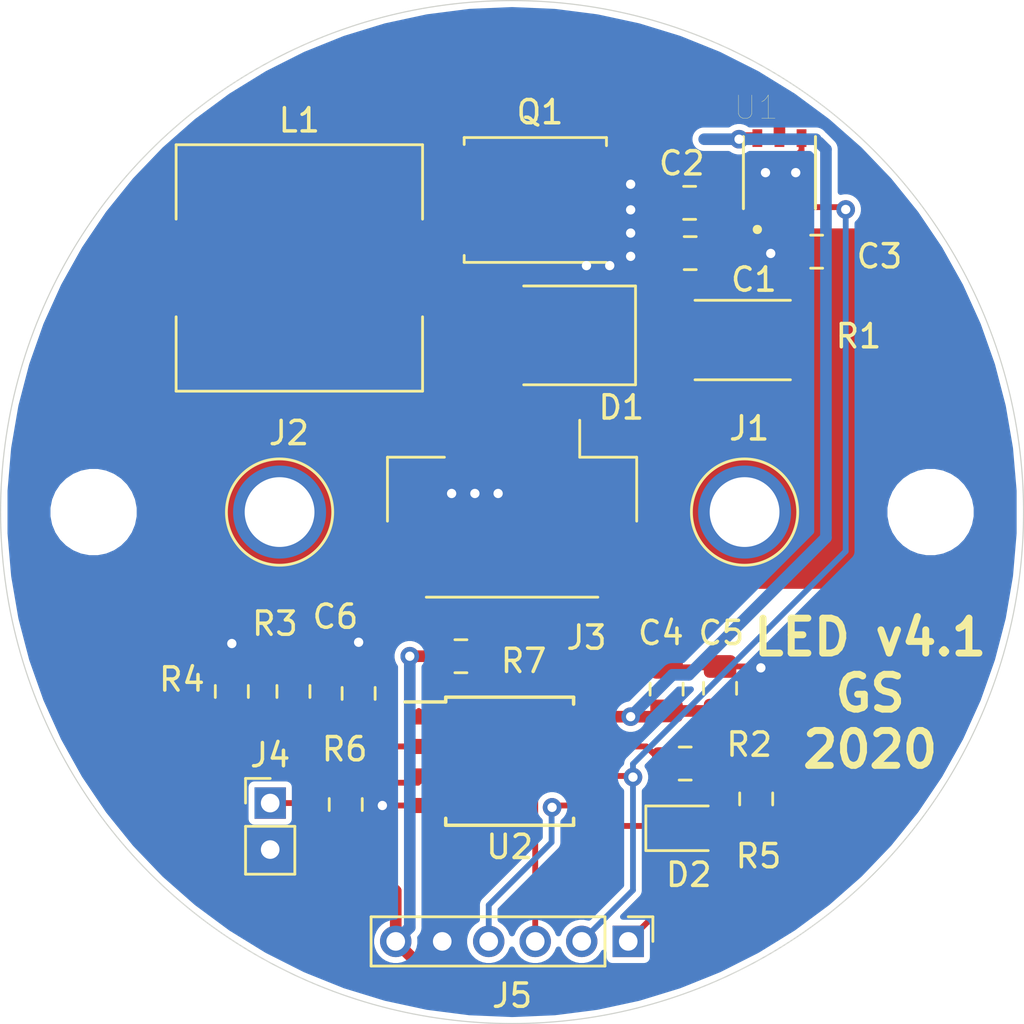
<source format=kicad_pcb>
(kicad_pcb (version 20171130) (host pcbnew 5.1.6+dfsg1-1)

  (general
    (thickness 1.6)
    (drawings 2)
    (tracks 155)
    (zones 0)
    (modules 26)
    (nets 15)
  )

  (page A4)
  (layers
    (0 F.Cu signal)
    (31 B.Cu signal hide)
    (32 B.Adhes user hide)
    (33 F.Adhes user hide)
    (34 B.Paste user hide)
    (35 F.Paste user hide)
    (36 B.SilkS user hide)
    (37 F.SilkS user)
    (38 B.Mask user)
    (39 F.Mask user)
    (40 Dwgs.User user hide)
    (41 Cmts.User user hide)
    (42 Eco1.User user hide)
    (43 Eco2.User user hide)
    (44 Edge.Cuts user)
    (45 Margin user)
    (46 B.CrtYd user)
    (47 F.CrtYd user)
    (48 B.Fab user hide)
    (49 F.Fab user hide)
  )

  (setup
    (last_trace_width 0.25)
    (trace_clearance 0.2)
    (zone_clearance 0.254)
    (zone_45_only no)
    (trace_min 0.2)
    (via_size 0.8)
    (via_drill 0.4)
    (via_min_size 0.4)
    (via_min_drill 0.3)
    (uvia_size 0.3)
    (uvia_drill 0.1)
    (uvias_allowed no)
    (uvia_min_size 0.2)
    (uvia_min_drill 0.1)
    (edge_width 0.05)
    (segment_width 0.2)
    (pcb_text_width 0.3)
    (pcb_text_size 1.5 1.5)
    (mod_edge_width 0.12)
    (mod_text_size 1 1)
    (mod_text_width 0.15)
    (pad_size 1.35 1.35)
    (pad_drill 0.8)
    (pad_to_mask_clearance 0.05)
    (aux_axis_origin 0 0)
    (visible_elements FFFDFF7F)
    (pcbplotparams
      (layerselection 0x010fc_ffffffff)
      (usegerberextensions false)
      (usegerberattributes true)
      (usegerberadvancedattributes true)
      (creategerberjobfile true)
      (excludeedgelayer true)
      (linewidth 0.100000)
      (plotframeref false)
      (viasonmask false)
      (mode 1)
      (useauxorigin false)
      (hpglpennumber 1)
      (hpglpenspeed 20)
      (hpglpendiameter 15.000000)
      (psnegative false)
      (psa4output false)
      (plotreference true)
      (plotvalue true)
      (plotinvisibletext false)
      (padsonsilk false)
      (subtractmaskfromsilk false)
      (outputformat 1)
      (mirror false)
      (drillshape 0)
      (scaleselection 1)
      (outputdirectory "gerber/"))
  )

  (net 0 "")
  (net 1 GND)
  (net 2 VCC)
  (net 3 "Net-(C3-Pad1)")
  (net 4 +5V)
  (net 5 "Net-(D1-Pad2)")
  (net 6 "Net-(D2-Pad2)")
  (net 7 /LED)
  (net 8 "Net-(J2-Pad1)")
  (net 9 /MODE)
  (net 10 /TMESS)
  (net 11 /RESET)
  (net 12 /PWM)
  (net 13 "Net-(Q1-Pad4)")
  (net 14 /VMESS)

  (net_class Default "This is the default net class."
    (clearance 0.2)
    (trace_width 0.25)
    (via_dia 0.8)
    (via_drill 0.4)
    (uvia_dia 0.3)
    (uvia_drill 0.1)
    (add_net +5V)
    (add_net /LED)
    (add_net /MODE)
    (add_net /PWM)
    (add_net /RESET)
    (add_net /TMESS)
    (add_net /VMESS)
    (add_net GND)
    (add_net "Net-(C3-Pad1)")
    (add_net "Net-(D1-Pad2)")
    (add_net "Net-(D2-Pad2)")
    (add_net "Net-(J2-Pad1)")
    (add_net "Net-(Q1-Pad4)")
    (add_net VCC)
  )

  (module Diode_SMD:D_PowerDI-5 (layer F.Cu) (tedit 5DB74FF8) (tstamp 5F9C3C96)
    (at 51.5 42.4 180)
    (descr PowerDI,Diode,Vishay,https://www.diodes.com/assets/Package-Files/PowerDI5.pdf)
    (tags "PowerDI diode vishay")
    (path /5F9C7810)
    (attr smd)
    (fp_text reference D1 (at -3.2 -3.1) (layer F.SilkS)
      (effects (font (size 1 1) (thickness 0.15)))
    )
    (fp_text value SS54 (at 0 3) (layer F.Fab)
      (effects (font (size 1 1) (thickness 0.15)))
    )
    (fp_line (start -3.81 2.125) (end -3.81 -2.125) (layer F.SilkS) (width 0.12))
    (fp_line (start -3.81 2.125) (end 1 2.125) (layer F.SilkS) (width 0.12))
    (fp_line (start 1 -2.125) (end -3.81 -2.125) (layer F.SilkS) (width 0.12))
    (fp_line (start -3.8 2.28) (end -3.8 -2.28) (layer F.CrtYd) (width 0.05))
    (fp_line (start -3.8 -2.28) (end 3.81 -2.28) (layer F.CrtYd) (width 0.05))
    (fp_line (start 3.81 -2.28) (end 3.81 2.28) (layer F.CrtYd) (width 0.05))
    (fp_line (start 3.81 2.28) (end -3.8 2.28) (layer F.CrtYd) (width 0.05))
    (fp_line (start -2.725 -2.025) (end 2.725 -2.025) (layer F.Fab) (width 0.1))
    (fp_line (start 2.725 -2.025) (end 2.725 2.025) (layer F.Fab) (width 0.1))
    (fp_line (start 2.725 2.025) (end -2.725 2.025) (layer F.Fab) (width 0.1))
    (fp_line (start -2.725 2.025) (end -2.725 -2.025) (layer F.Fab) (width 0.1))
    (fp_line (start -0.8 0) (end -0.5 0) (layer F.Fab) (width 0.1))
    (fp_line (start -0.5 0) (end -0.5 -0.5) (layer F.Fab) (width 0.1))
    (fp_line (start -0.5 0) (end -0.5 0.5) (layer F.Fab) (width 0.1))
    (fp_line (start -0.5 0) (end 0.3 0.5) (layer F.Fab) (width 0.1))
    (fp_line (start 0.3 0.5) (end 0.3 -0.5) (layer F.Fab) (width 0.1))
    (fp_line (start 0.3 -0.5) (end -0.5 0) (layer F.Fab) (width 0.1))
    (fp_line (start 0.3 0) (end 0.7 0) (layer F.Fab) (width 0.1))
    (fp_text user %R (at 0 -3) (layer F.Fab)
      (effects (font (size 1 1) (thickness 0.15)))
    )
    (pad 2 smd rect (at 2.862 -0.92) (size 1.4 1.39) (layers F.Cu F.Paste F.Mask)
      (net 5 "Net-(D1-Pad2)"))
    (pad 2 smd rect (at 2.862 0.92) (size 1.4 1.39) (layers F.Cu F.Paste F.Mask)
      (net 5 "Net-(D1-Pad2)"))
    (pad 1 smd rect (at -1.12 0) (size 4.86 3.36) (layers F.Cu F.Paste F.Mask)
      (net 2 VCC))
    (model ${KISYS3DMOD}/Diode_SMD.3dshapes/D_PowerDI-5.wrl
      (at (xyz 0 0 0))
      (scale (xyz 1 1 1))
      (rotate (xyz 0 0 0))
    )
  )

  (module Inductor_SMD:L_10.4x10.4_H4.8 (layer F.Cu) (tedit 5990349B) (tstamp 5FB654E8)
    (at 40.85 39.5)
    (descr "Choke, SMD, 10.4x10.4mm 4.8mm height")
    (tags "Choke SMD")
    (path /5F9C1A34)
    (attr smd)
    (fp_text reference L1 (at 0 -6.35) (layer F.SilkS)
      (effects (font (size 1 1) (thickness 0.15)))
    )
    (fp_text value MWSA0603-100MT (at 0 6.35) (layer F.Fab)
      (effects (font (size 1 1) (thickness 0.15)))
    )
    (fp_line (start -5.2 5.2) (end 5.2 5.2) (layer F.Fab) (width 0.1))
    (fp_line (start -5.2 -5.2) (end 5.2 -5.2) (layer F.Fab) (width 0.1))
    (fp_line (start -5.2 5.2) (end -5.2 2.1) (layer F.Fab) (width 0.1))
    (fp_line (start 5.2 5.2) (end 5.2 2.1) (layer F.Fab) (width 0.1))
    (fp_line (start -5.2 -5.2) (end -5.2 -2.1) (layer F.Fab) (width 0.1))
    (fp_line (start 5.2 -5.2) (end 5.2 -2.1) (layer F.Fab) (width 0.1))
    (fp_line (start 5.75 -5.45) (end -5.75 -5.45) (layer F.CrtYd) (width 0.05))
    (fp_line (start 5.75 5.45) (end 5.75 -5.45) (layer F.CrtYd) (width 0.05))
    (fp_line (start -5.75 5.45) (end 5.75 5.45) (layer F.CrtYd) (width 0.05))
    (fp_line (start -5.75 -5.45) (end -5.75 5.45) (layer F.CrtYd) (width 0.05))
    (fp_line (start 5.3 -5.3) (end 5.3 -2.1) (layer F.SilkS) (width 0.12))
    (fp_line (start -5.3 -5.3) (end 5.3 -5.3) (layer F.SilkS) (width 0.12))
    (fp_line (start -5.3 -2.1) (end -5.3 -5.3) (layer F.SilkS) (width 0.12))
    (fp_line (start -5.3 5.3) (end -5.3 2.1) (layer F.SilkS) (width 0.12))
    (fp_line (start 5.3 5.3) (end -5.3 5.3) (layer F.SilkS) (width 0.12))
    (fp_line (start 5.3 2.1) (end 5.3 5.3) (layer F.SilkS) (width 0.12))
    (fp_arc (start 0 0) (end -3.17 -3.17) (angle 90) (layer F.Fab) (width 0.1))
    (fp_arc (start 0 0) (end 3.17 3.17) (angle 90) (layer F.Fab) (width 0.1))
    (fp_text user %R (at 0 0) (layer F.Fab)
      (effects (font (size 1 1) (thickness 0.15)))
    )
    (pad 2 smd rect (at 4.15 0) (size 2.7 3.6) (layers F.Cu F.Paste F.Mask)
      (net 5 "Net-(D1-Pad2)"))
    (pad 1 smd rect (at -4.15 0) (size 2.7 3.6) (layers F.Cu F.Paste F.Mask)
      (net 8 "Net-(J2-Pad1)"))
    (model ${KISYS3DMOD}/Inductor_SMD.3dshapes/L_10.4x10.4_H4.8.wrl
      (at (xyz 0 0 0))
      (scale (xyz 1 1 1))
      (rotate (xyz 0 0 0))
    )
  )

  (module Capacitor_SMD:C_0805_2012Metric (layer F.Cu) (tedit 5B36C52B) (tstamp 5FB63FAD)
    (at 43.4 57.8 90)
    (descr "Capacitor SMD 0805 (2012 Metric), square (rectangular) end terminal, IPC_7351 nominal, (Body size source: https://docs.google.com/spreadsheets/d/1BsfQQcO9C6DZCsRaXUlFlo91Tg2WpOkGARC1WS5S8t0/edit?usp=sharing), generated with kicad-footprint-generator")
    (tags capacitor)
    (path /5FB6DC72)
    (attr smd)
    (fp_text reference C6 (at 3.3 -1) (layer F.SilkS)
      (effects (font (size 1 1) (thickness 0.15)))
    )
    (fp_text value 4n70 (at 0 1.65 90) (layer F.Fab)
      (effects (font (size 1 1) (thickness 0.15)))
    )
    (fp_line (start 1.68 0.95) (end -1.68 0.95) (layer F.CrtYd) (width 0.05))
    (fp_line (start 1.68 -0.95) (end 1.68 0.95) (layer F.CrtYd) (width 0.05))
    (fp_line (start -1.68 -0.95) (end 1.68 -0.95) (layer F.CrtYd) (width 0.05))
    (fp_line (start -1.68 0.95) (end -1.68 -0.95) (layer F.CrtYd) (width 0.05))
    (fp_line (start -0.258578 0.71) (end 0.258578 0.71) (layer F.SilkS) (width 0.12))
    (fp_line (start -0.258578 -0.71) (end 0.258578 -0.71) (layer F.SilkS) (width 0.12))
    (fp_line (start 1 0.6) (end -1 0.6) (layer F.Fab) (width 0.1))
    (fp_line (start 1 -0.6) (end 1 0.6) (layer F.Fab) (width 0.1))
    (fp_line (start -1 -0.6) (end 1 -0.6) (layer F.Fab) (width 0.1))
    (fp_line (start -1 0.6) (end -1 -0.6) (layer F.Fab) (width 0.1))
    (fp_text user %R (at 0 0 90) (layer F.Fab)
      (effects (font (size 0.5 0.5) (thickness 0.08)))
    )
    (pad 2 smd roundrect (at 0.9375 0 90) (size 0.975 1.4) (layers F.Cu F.Paste F.Mask) (roundrect_rratio 0.25)
      (net 1 GND))
    (pad 1 smd roundrect (at -0.9375 0 90) (size 0.975 1.4) (layers F.Cu F.Paste F.Mask) (roundrect_rratio 0.25)
      (net 14 /VMESS))
    (model ${KISYS3DMOD}/Capacitor_SMD.3dshapes/C_0805_2012Metric.wrl
      (at (xyz 0 0 0))
      (scale (xyz 1 1 1))
      (rotate (xyz 0 0 0))
    )
  )

  (module TestPoint:TestPoint_Plated_Hole_D3.0mm (layer F.Cu) (tedit 5F9C6161) (tstamp 5F9C3CB1)
    (at 60 50)
    (descr "Plated Hole as test Point, diameter 3.0mm")
    (tags "test point plated hole")
    (path /5F9D2F80)
    (attr virtual)
    (fp_text reference J1 (at 0.2 -3.6) (layer F.SilkS)
      (effects (font (size 1 1) (thickness 0.15)))
    )
    (fp_text value LED+ (at 0 3) (layer F.Fab)
      (effects (font (size 1 1) (thickness 0.15)))
    )
    (fp_circle (center 0 0) (end 2.5 0) (layer F.CrtYd) (width 0.05))
    (fp_circle (center 0 0) (end 0 -2.286) (layer F.SilkS) (width 0.12))
    (fp_text user %R (at 0 -3.05) (layer F.Fab)
      (effects (font (size 1 1) (thickness 0.15)))
    )
    (pad 1 thru_hole circle (at 0 0) (size 4 4) (drill 3) (layers *.Cu F.Mask)
      (net 3 "Net-(C3-Pad1)"))
  )

  (module TestPoint:TestPoint_Plated_Hole_D3.0mm (layer F.Cu) (tedit 5F9C6138) (tstamp 5F9C3CB9)
    (at 40 50)
    (descr "Plated Hole as test Point, diameter 3.0mm")
    (tags "test point plated hole")
    (path /5F9D49D8)
    (attr virtual)
    (fp_text reference J2 (at 0.4 -3.4) (layer F.SilkS)
      (effects (font (size 1 1) (thickness 0.15)))
    )
    (fp_text value LED- (at 0 3) (layer F.Fab)
      (effects (font (size 1 1) (thickness 0.15)))
    )
    (fp_circle (center 0 0) (end 2.5 0) (layer F.CrtYd) (width 0.05))
    (fp_circle (center 0 0) (end 0 -2.286) (layer F.SilkS) (width 0.12))
    (fp_text user %R (at 0 -3.05) (layer F.Fab)
      (effects (font (size 1 1) (thickness 0.15)))
    )
    (pad 1 thru_hole circle (at 0 0) (size 4 4) (drill 3) (layers *.Cu F.Mask)
      (net 8 "Net-(J2-Pad1)"))
  )

  (module MountingHole:MountingHole_3.2mm_M3 (layer F.Cu) (tedit 5F9C6178) (tstamp 5F9CB18E)
    (at 68 50)
    (descr "Mounting Hole 3.2mm, no annular, M3")
    (tags "mounting hole 3.2mm no annular m3")
    (path /5FB67DEE)
    (attr virtual)
    (fp_text reference H2 (at 0 -4.2) (layer F.SilkS) hide
      (effects (font (size 1 1) (thickness 0.15)))
    )
    (fp_text value M2 (at 0 4.2) (layer F.Fab)
      (effects (font (size 1 1) (thickness 0.15)))
    )
    (fp_circle (center 0 0) (end 3.2 0) (layer Cmts.User) (width 0.15))
    (fp_circle (center 0 0) (end 3.45 0) (layer F.CrtYd) (width 0.05))
    (fp_text user %R (at 0.182 0.216) (layer F.Fab)
      (effects (font (size 1 1) (thickness 0.15)))
    )
    (pad "" np_thru_hole circle (at 0 0) (size 3.2 3.2) (drill 3.2) (layers *.Cu F.Mask))
  )

  (module MountingHole:MountingHole_3.2mm_M3 (layer F.Cu) (tedit 5F9C6172) (tstamp 5F9CB186)
    (at 32 50)
    (descr "Mounting Hole 3.2mm, no annular, M3")
    (tags "mounting hole 3.2mm no annular m3")
    (path /5FB66E8D)
    (attr virtual)
    (fp_text reference H1 (at 0 -4.2) (layer F.SilkS) hide
      (effects (font (size 1 1) (thickness 0.15)))
    )
    (fp_text value M1 (at 0 4.2) (layer F.Fab)
      (effects (font (size 1 1) (thickness 0.15)))
    )
    (fp_circle (center 0 0) (end 3.2 0) (layer Cmts.User) (width 0.15))
    (fp_circle (center 0 0) (end 3.45 0) (layer F.CrtYd) (width 0.05))
    (fp_text user %R (at 0.3 0) (layer F.Fab)
      (effects (font (size 1 1) (thickness 0.15)))
    )
    (pad "" np_thru_hole circle (at 0 0) (size 3.2 3.2) (drill 3.2) (layers *.Cu F.Mask))
  )

  (module Connector_JST:JST_ZE_BM04B-ZESS-TBT_1x04-1MP_P1.50mm_Vertical (layer F.Cu) (tedit 5C2814BD) (tstamp 5F9C8D3A)
    (at 50 50 180)
    (descr "JST ZE series connector, BM04B-ZESS-TBT (http://www.jst-mfg.com/product/pdf/eng/eZE.pdf), generated with kicad-footprint-generator")
    (tags "connector JST ZE vertical")
    (path /5F9D0A62)
    (attr smd)
    (fp_text reference J3 (at -3.2 -5.4) (layer F.SilkS)
      (effects (font (size 1 1) (thickness 0.15)))
    )
    (fp_text value Conn_01x04 (at 0 5.15) (layer F.Fab)
      (effects (font (size 1 1) (thickness 0.15)))
    )
    (fp_line (start -5.25 2.25) (end 5.25 2.25) (layer F.Fab) (width 0.1))
    (fp_line (start -5.36 -0.39) (end -5.36 2.36) (layer F.SilkS) (width 0.12))
    (fp_line (start -5.36 2.36) (end -2.91 2.36) (layer F.SilkS) (width 0.12))
    (fp_line (start -2.91 2.36) (end -2.91 3.95) (layer F.SilkS) (width 0.12))
    (fp_line (start 5.36 -0.39) (end 5.36 2.36) (layer F.SilkS) (width 0.12))
    (fp_line (start 5.36 2.36) (end 2.91 2.36) (layer F.SilkS) (width 0.12))
    (fp_line (start -3.69 -3.66) (end 3.69 -3.66) (layer F.SilkS) (width 0.12))
    (fp_line (start -5.25 -3.55) (end 5.25 -3.55) (layer F.Fab) (width 0.1))
    (fp_line (start -5.25 2.25) (end -5.25 -3.55) (layer F.Fab) (width 0.1))
    (fp_line (start 5.25 2.25) (end 5.25 -3.55) (layer F.Fab) (width 0.1))
    (fp_line (start -2.5 -0.5) (end -2.5 0) (layer F.Fab) (width 0.1))
    (fp_line (start -2.5 0) (end -2 0) (layer F.Fab) (width 0.1))
    (fp_line (start -2 0) (end -2 -0.5) (layer F.Fab) (width 0.1))
    (fp_line (start -2 -0.5) (end -2.5 -0.5) (layer F.Fab) (width 0.1))
    (fp_line (start -1 -0.5) (end -1 0) (layer F.Fab) (width 0.1))
    (fp_line (start -1 0) (end -0.5 0) (layer F.Fab) (width 0.1))
    (fp_line (start -0.5 0) (end -0.5 -0.5) (layer F.Fab) (width 0.1))
    (fp_line (start -0.5 -0.5) (end -1 -0.5) (layer F.Fab) (width 0.1))
    (fp_line (start 0.5 -0.5) (end 0.5 0) (layer F.Fab) (width 0.1))
    (fp_line (start 0.5 0) (end 1 0) (layer F.Fab) (width 0.1))
    (fp_line (start 1 0) (end 1 -0.5) (layer F.Fab) (width 0.1))
    (fp_line (start 1 -0.5) (end 0.5 -0.5) (layer F.Fab) (width 0.1))
    (fp_line (start 2 -0.5) (end 2 0) (layer F.Fab) (width 0.1))
    (fp_line (start 2 0) (end 2.5 0) (layer F.Fab) (width 0.1))
    (fp_line (start 2.5 0) (end 2.5 -0.5) (layer F.Fab) (width 0.1))
    (fp_line (start 2.5 -0.5) (end 2 -0.5) (layer F.Fab) (width 0.1))
    (fp_line (start -6.25 -4.45) (end -6.25 4.45) (layer F.CrtYd) (width 0.05))
    (fp_line (start -6.25 4.45) (end 6.25 4.45) (layer F.CrtYd) (width 0.05))
    (fp_line (start 6.25 4.45) (end 6.25 -4.45) (layer F.CrtYd) (width 0.05))
    (fp_line (start 6.25 -4.45) (end -6.25 -4.45) (layer F.CrtYd) (width 0.05))
    (fp_line (start -2.75 2.25) (end -2.25 1.542893) (layer F.Fab) (width 0.1))
    (fp_line (start -2.25 1.542893) (end -1.75 2.25) (layer F.Fab) (width 0.1))
    (fp_text user %R (at 0 -1.5) (layer F.Fab)
      (effects (font (size 1 1) (thickness 0.15)))
    )
    (pad MP smd roundrect (at 4.85 -2.3 180) (size 1.8 3.3) (layers F.Cu F.Paste F.Mask) (roundrect_rratio 0.138889))
    (pad MP smd roundrect (at -4.85 -2.3 180) (size 1.8 3.3) (layers F.Cu F.Paste F.Mask) (roundrect_rratio 0.138889))
    (pad 4 smd roundrect (at 2.25 2.75 180) (size 0.8 2.4) (layers F.Cu F.Paste F.Mask) (roundrect_rratio 0.25)
      (net 1 GND))
    (pad 3 smd roundrect (at 0.75 2.75 180) (size 0.8 2.4) (layers F.Cu F.Paste F.Mask) (roundrect_rratio 0.25)
      (net 1 GND))
    (pad 2 smd roundrect (at -0.75 2.75 180) (size 0.8 2.4) (layers F.Cu F.Paste F.Mask) (roundrect_rratio 0.25)
      (net 9 /MODE))
    (pad 1 smd roundrect (at -2.25 2.75 180) (size 0.8 2.4) (layers F.Cu F.Paste F.Mask) (roundrect_rratio 0.25)
      (net 2 VCC))
    (model ${KISYS3DMOD}/Connector_JST.3dshapes/JST_ZE_BM04B-ZESS-TBT_1x04-1MP_P1.50mm_Vertical.wrl
      (at (xyz 0 0 0))
      (scale (xyz 1 1 1))
      (rotate (xyz 0 0 0))
    )
  )

  (module Connector_PinHeader_2.00mm:PinHeader_1x06_P2.00mm_Vertical (layer F.Cu) (tedit 5F9C61A4) (tstamp 5F9C69D7)
    (at 54.996 68.466 270)
    (descr "Through hole straight pin header, 1x06, 2.00mm pitch, single row")
    (tags "Through hole pin header THT 1x06 2.00mm single row")
    (path /5F9CF8C4)
    (fp_text reference J5 (at 2.334 4.996 180) (layer F.SilkS)
      (effects (font (size 1 1) (thickness 0.15)))
    )
    (fp_text value Conn_01x06 (at 0 12.06 90) (layer F.Fab)
      (effects (font (size 1 1) (thickness 0.15)))
    )
    (fp_line (start -0.5 -1) (end 1 -1) (layer F.Fab) (width 0.1))
    (fp_line (start 1 -1) (end 1 11) (layer F.Fab) (width 0.1))
    (fp_line (start 1 11) (end -1 11) (layer F.Fab) (width 0.1))
    (fp_line (start -1 11) (end -1 -0.5) (layer F.Fab) (width 0.1))
    (fp_line (start -1 -0.5) (end -0.5 -1) (layer F.Fab) (width 0.1))
    (fp_line (start -1.06 11.06) (end 1.06 11.06) (layer F.SilkS) (width 0.12))
    (fp_line (start -1.06 1) (end -1.06 11.06) (layer F.SilkS) (width 0.12))
    (fp_line (start 1.06 1) (end 1.06 11.06) (layer F.SilkS) (width 0.12))
    (fp_line (start -1.06 1) (end 1.06 1) (layer F.SilkS) (width 0.12))
    (fp_line (start -1.06 0) (end -1.06 -1.06) (layer F.SilkS) (width 0.12))
    (fp_line (start -1.06 -1.06) (end 0 -1.06) (layer F.SilkS) (width 0.12))
    (fp_line (start -1.5 -1.5) (end -1.5 11.5) (layer F.CrtYd) (width 0.05))
    (fp_line (start -1.5 11.5) (end 1.5 11.5) (layer F.CrtYd) (width 0.05))
    (fp_line (start 1.5 11.5) (end 1.5 -1.5) (layer F.CrtYd) (width 0.05))
    (fp_line (start 1.5 -1.5) (end -1.5 -1.5) (layer F.CrtYd) (width 0.05))
    (fp_text user %R (at 0 5) (layer F.Fab)
      (effects (font (size 1 1) (thickness 0.15)))
    )
    (pad 6 thru_hole oval (at 0 10 270) (size 1.35 1.35) (drill 0.8) (layers *.Cu F.Mask)
      (net 4 +5V))
    (pad 5 thru_hole oval (at 0 8 270) (size 1.35 1.35) (drill 0.8) (layers *.Cu F.Mask)
      (net 1 GND))
    (pad 4 thru_hole oval (at 0 6 270) (size 1.35 1.35) (drill 0.8) (layers *.Cu F.Mask)
      (net 7 /LED))
    (pad 3 thru_hole oval (at 0 4 270) (size 1.35 1.35) (drill 0.8) (layers *.Cu F.Mask)
      (net 11 /RESET))
    (pad 2 thru_hole oval (at 0 2 270) (size 1.35 1.35) (drill 0.8) (layers *.Cu F.Mask)
      (net 12 /PWM))
    (pad 1 thru_hole rect (at 0 0 270) (size 1.35 1.35) (drill 0.8) (layers *.Cu F.Mask)
      (net 9 /MODE))
    (model ${KISYS3DMOD}/Connector_PinHeader_2.00mm.3dshapes/PinHeader_1x06_P2.00mm_Vertical.wrl
      (at (xyz 0 0 0))
      (scale (xyz 1 1 1))
      (rotate (xyz 0 0 0))
    )
  )

  (module Connector_PinHeader_2.00mm:PinHeader_1x02_P2.00mm_Vertical (layer F.Cu) (tedit 5F9C6186) (tstamp 5F9C3D1B)
    (at 39.596 62.516)
    (descr "Through hole straight pin header, 1x02, 2.00mm pitch, single row")
    (tags "Through hole pin header THT 1x02 2.00mm single row")
    (path /5F9D60F0)
    (fp_text reference J4 (at 0 -2.06) (layer F.SilkS)
      (effects (font (size 1 1) (thickness 0.15)))
    )
    (fp_text value Conn_01x02 (at 0 4.06) (layer F.Fab)
      (effects (font (size 1 1) (thickness 0.15)))
    )
    (fp_line (start -0.5 -1) (end 1 -1) (layer F.Fab) (width 0.1))
    (fp_line (start 1 -1) (end 1 3) (layer F.Fab) (width 0.1))
    (fp_line (start 1 3) (end -1 3) (layer F.Fab) (width 0.1))
    (fp_line (start -1 3) (end -1 -0.5) (layer F.Fab) (width 0.1))
    (fp_line (start -1 -0.5) (end -0.5 -1) (layer F.Fab) (width 0.1))
    (fp_line (start -1.06 3.06) (end 1.06 3.06) (layer F.SilkS) (width 0.12))
    (fp_line (start -1.06 1) (end -1.06 3.06) (layer F.SilkS) (width 0.12))
    (fp_line (start 1.06 1) (end 1.06 3.06) (layer F.SilkS) (width 0.12))
    (fp_line (start -1.06 1) (end 1.06 1) (layer F.SilkS) (width 0.12))
    (fp_line (start -1.06 0) (end -1.06 -1.06) (layer F.SilkS) (width 0.12))
    (fp_line (start -1.06 -1.06) (end 0 -1.06) (layer F.SilkS) (width 0.12))
    (fp_line (start -1.5 -1.5) (end -1.5 3.5) (layer F.CrtYd) (width 0.05))
    (fp_line (start -1.5 3.5) (end 1.5 3.5) (layer F.CrtYd) (width 0.05))
    (fp_line (start 1.5 3.5) (end 1.5 -1.5) (layer F.CrtYd) (width 0.05))
    (fp_line (start 1.5 -1.5) (end -1.5 -1.5) (layer F.CrtYd) (width 0.05))
    (fp_text user %R (at 0 1 90) (layer F.Fab)
      (effects (font (size 1 1) (thickness 0.15)))
    )
    (pad 2 thru_hole oval (at 0 2) (size 1.35 1.35) (drill 0.8) (layers *.Cu F.Mask)
      (net 1 GND))
    (pad 1 thru_hole rect (at 0 0) (size 1.35 1.35) (drill 0.8) (layers *.Cu F.Mask)
      (net 10 /TMESS))
    (model ${KISYS3DMOD}/Connector_PinHeader_2.00mm.3dshapes/PinHeader_1x02_P2.00mm_Vertical.wrl
      (at (xyz 0 0 0))
      (scale (xyz 1 1 1))
      (rotate (xyz 0 0 0))
    )
  )

  (module Package_SO:SOIJ-8_5.3x5.3mm_P1.27mm (layer F.Cu) (tedit 5A02F2D3) (tstamp 5F9C3E31)
    (at 49.896 60.716)
    (descr "8-Lead Plastic Small Outline (SM) - Medium, 5.28 mm Body [SOIC] (see Microchip Packaging Specification 00000049BS.pdf)")
    (tags "SOIC 1.27")
    (path /5F9BE4AE)
    (attr smd)
    (fp_text reference U2 (at 0 3.684) (layer F.SilkS)
      (effects (font (size 1 1) (thickness 0.15)))
    )
    (fp_text value ATtiny45-20SU (at 0 3.68) (layer F.Fab)
      (effects (font (size 1 1) (thickness 0.15)))
    )
    (fp_line (start -1.65 -2.65) (end 2.65 -2.65) (layer F.Fab) (width 0.15))
    (fp_line (start 2.65 -2.65) (end 2.65 2.65) (layer F.Fab) (width 0.15))
    (fp_line (start 2.65 2.65) (end -2.65 2.65) (layer F.Fab) (width 0.15))
    (fp_line (start -2.65 2.65) (end -2.65 -1.65) (layer F.Fab) (width 0.15))
    (fp_line (start -2.65 -1.65) (end -1.65 -2.65) (layer F.Fab) (width 0.15))
    (fp_line (start -4.75 -2.95) (end -4.75 2.95) (layer F.CrtYd) (width 0.05))
    (fp_line (start 4.75 -2.95) (end 4.75 2.95) (layer F.CrtYd) (width 0.05))
    (fp_line (start -4.75 -2.95) (end 4.75 -2.95) (layer F.CrtYd) (width 0.05))
    (fp_line (start -4.75 2.95) (end 4.75 2.95) (layer F.CrtYd) (width 0.05))
    (fp_line (start -2.75 -2.755) (end -2.75 -2.55) (layer F.SilkS) (width 0.15))
    (fp_line (start 2.75 -2.755) (end 2.75 -2.455) (layer F.SilkS) (width 0.15))
    (fp_line (start 2.75 2.755) (end 2.75 2.455) (layer F.SilkS) (width 0.15))
    (fp_line (start -2.75 2.755) (end -2.75 2.455) (layer F.SilkS) (width 0.15))
    (fp_line (start -2.75 -2.755) (end 2.75 -2.755) (layer F.SilkS) (width 0.15))
    (fp_line (start -2.75 2.755) (end 2.75 2.755) (layer F.SilkS) (width 0.15))
    (fp_line (start -2.75 -2.55) (end -4.5 -2.55) (layer F.SilkS) (width 0.15))
    (fp_text user %R (at 0 0) (layer F.Fab)
      (effects (font (size 1 1) (thickness 0.15)))
    )
    (pad 8 smd rect (at 3.65 -1.905) (size 1.7 0.65) (layers F.Cu F.Paste F.Mask)
      (net 4 +5V))
    (pad 7 smd rect (at 3.65 -0.635) (size 1.7 0.65) (layers F.Cu F.Paste F.Mask)
      (net 9 /MODE))
    (pad 6 smd rect (at 3.65 0.635) (size 1.7 0.65) (layers F.Cu F.Paste F.Mask)
      (net 12 /PWM))
    (pad 5 smd rect (at 3.65 1.905) (size 1.7 0.65) (layers F.Cu F.Paste F.Mask)
      (net 7 /LED))
    (pad 4 smd rect (at -3.65 1.905) (size 1.7 0.65) (layers F.Cu F.Paste F.Mask)
      (net 1 GND))
    (pad 3 smd rect (at -3.65 0.635) (size 1.7 0.65) (layers F.Cu F.Paste F.Mask)
      (net 10 /TMESS))
    (pad 2 smd rect (at -3.65 -0.635) (size 1.7 0.65) (layers F.Cu F.Paste F.Mask)
      (net 14 /VMESS))
    (pad 1 smd rect (at -3.65 -1.905) (size 1.7 0.65) (layers F.Cu F.Paste F.Mask)
      (net 11 /RESET))
    (model ${KISYS3DMOD}/Package_SO.3dshapes/SOIJ-8_5.3x5.3mm_P1.27mm.wrl
      (at (xyz 0 0 0))
      (scale (xyz 1 1 1))
      (rotate (xyz 0 0 0))
    )
  )

  (module buck_3a_v4:SON95P300X300X80-7N (layer F.Cu) (tedit 5F9BE041) (tstamp 5F9CC3D6)
    (at 61.5 35.4 90)
    (path /5F9BF264)
    (attr smd)
    (fp_text reference U1 (at 2.8 -1 180) (layer F.SilkS)
      (effects (font (size 1 1) (thickness 0.015)))
    )
    (fp_text value MAX16819ATT+T (at 9.755 2.362 90) (layer F.Fab)
      (effects (font (size 1 1) (thickness 0.015)))
    )
    (fp_poly (pts (xy -0.47 -0.73) (xy 0.47 -0.73) (xy 0.47 0.73) (xy -0.47 0.73)) (layer F.Paste) (width 0.01))
    (fp_circle (center -2.445 -0.95) (end -2.345 -0.95) (layer F.SilkS) (width 0.2))
    (fp_circle (center -2.445 -0.95) (end -2.345 -0.95) (layer F.Fab) (width 0.2))
    (fp_line (start -1.55 -1.55) (end 1.55 -1.55) (layer F.Fab) (width 0.127))
    (fp_line (start -1.55 1.55) (end 1.55 1.55) (layer F.Fab) (width 0.127))
    (fp_line (start -1.55 -1.55) (end 1.55 -1.55) (layer F.SilkS) (width 0.127))
    (fp_line (start -1.55 1.55) (end 1.55 1.55) (layer F.SilkS) (width 0.127))
    (fp_line (start -1.55 -1.55) (end -1.55 1.55) (layer F.Fab) (width 0.127))
    (fp_line (start 1.55 -1.55) (end 1.55 1.55) (layer F.Fab) (width 0.127))
    (fp_line (start -2.115 -1.8) (end 2.115 -1.8) (layer F.CrtYd) (width 0.05))
    (fp_line (start -2.115 1.8) (end 2.115 1.8) (layer F.CrtYd) (width 0.05))
    (fp_line (start -2.115 -1.8) (end -2.115 1.8) (layer F.CrtYd) (width 0.05))
    (fp_line (start 2.115 -1.8) (end 2.115 1.8) (layer F.CrtYd) (width 0.05))
    (pad 1 smd rect (at -1.485 -0.95 90) (size 0.76 0.42) (layers F.Cu F.Paste F.Mask)
      (net 2 VCC))
    (pad 2 smd rect (at -1.485 0 90) (size 0.76 0.42) (layers F.Cu F.Paste F.Mask)
      (net 3 "Net-(C3-Pad1)"))
    (pad 3 smd rect (at -1.485 0.95 90) (size 0.76 0.42) (layers F.Cu F.Paste F.Mask)
      (net 12 /PWM))
    (pad 4 smd rect (at 1.485 0.95 90) (size 0.76 0.42) (layers F.Cu F.Paste F.Mask)
      (net 1 GND))
    (pad 5 smd rect (at 1.485 0 90) (size 0.76 0.42) (layers F.Cu F.Paste F.Mask)
      (net 13 "Net-(Q1-Pad4)"))
    (pad 6 smd rect (at 1.485 -0.95 90) (size 0.76 0.42) (layers F.Cu F.Paste F.Mask)
      (net 4 +5V))
    (pad 7 smd rect (at 0 0 90) (size 1.5 2.3) (layers F.Cu F.Mask)
      (net 1 GND))
  )

  (module Resistor_SMD:R_0805_2012Metric (layer F.Cu) (tedit 5B36C52B) (tstamp 5F9C3DFC)
    (at 47.8 56.2)
    (descr "Resistor SMD 0805 (2012 Metric), square (rectangular) end terminal, IPC_7351 nominal, (Body size source: https://docs.google.com/spreadsheets/d/1BsfQQcO9C6DZCsRaXUlFlo91Tg2WpOkGARC1WS5S8t0/edit?usp=sharing), generated with kicad-footprint-generator")
    (tags resistor)
    (path /5F9DA62A)
    (attr smd)
    (fp_text reference R7 (at 2.7 0.2 -180) (layer F.SilkS)
      (effects (font (size 1 1) (thickness 0.15)))
    )
    (fp_text value 10k0 (at 0 1.65) (layer F.Fab)
      (effects (font (size 1 1) (thickness 0.15)))
    )
    (fp_line (start -1 0.6) (end -1 -0.6) (layer F.Fab) (width 0.1))
    (fp_line (start -1 -0.6) (end 1 -0.6) (layer F.Fab) (width 0.1))
    (fp_line (start 1 -0.6) (end 1 0.6) (layer F.Fab) (width 0.1))
    (fp_line (start 1 0.6) (end -1 0.6) (layer F.Fab) (width 0.1))
    (fp_line (start -0.258578 -0.71) (end 0.258578 -0.71) (layer F.SilkS) (width 0.12))
    (fp_line (start -0.258578 0.71) (end 0.258578 0.71) (layer F.SilkS) (width 0.12))
    (fp_line (start -1.68 0.95) (end -1.68 -0.95) (layer F.CrtYd) (width 0.05))
    (fp_line (start -1.68 -0.95) (end 1.68 -0.95) (layer F.CrtYd) (width 0.05))
    (fp_line (start 1.68 -0.95) (end 1.68 0.95) (layer F.CrtYd) (width 0.05))
    (fp_line (start 1.68 0.95) (end -1.68 0.95) (layer F.CrtYd) (width 0.05))
    (fp_text user %R (at 0 0) (layer F.Fab)
      (effects (font (size 0.5 0.5) (thickness 0.08)))
    )
    (pad 2 smd roundrect (at 0.9375 0) (size 0.975 1.4) (layers F.Cu F.Paste F.Mask) (roundrect_rratio 0.25)
      (net 11 /RESET))
    (pad 1 smd roundrect (at -0.9375 0) (size 0.975 1.4) (layers F.Cu F.Paste F.Mask) (roundrect_rratio 0.25)
      (net 4 +5V))
    (model ${KISYS3DMOD}/Resistor_SMD.3dshapes/R_0805_2012Metric.wrl
      (at (xyz 0 0 0))
      (scale (xyz 1 1 1))
      (rotate (xyz 0 0 0))
    )
  )

  (module Resistor_SMD:R_0805_2012Metric (layer F.Cu) (tedit 5B36C52B) (tstamp 5F9C3DEB)
    (at 42.846 62.5785 90)
    (descr "Resistor SMD 0805 (2012 Metric), square (rectangular) end terminal, IPC_7351 nominal, (Body size source: https://docs.google.com/spreadsheets/d/1BsfQQcO9C6DZCsRaXUlFlo91Tg2WpOkGARC1WS5S8t0/edit?usp=sharing), generated with kicad-footprint-generator")
    (tags resistor)
    (path /5F9DBBCD)
    (attr smd)
    (fp_text reference R6 (at 2.3785 -0.046 180) (layer F.SilkS)
      (effects (font (size 1 1) (thickness 0.15)))
    )
    (fp_text value 10k0 (at 0 1.65 90) (layer F.Fab)
      (effects (font (size 1 1) (thickness 0.15)))
    )
    (fp_line (start -1 0.6) (end -1 -0.6) (layer F.Fab) (width 0.1))
    (fp_line (start -1 -0.6) (end 1 -0.6) (layer F.Fab) (width 0.1))
    (fp_line (start 1 -0.6) (end 1 0.6) (layer F.Fab) (width 0.1))
    (fp_line (start 1 0.6) (end -1 0.6) (layer F.Fab) (width 0.1))
    (fp_line (start -0.258578 -0.71) (end 0.258578 -0.71) (layer F.SilkS) (width 0.12))
    (fp_line (start -0.258578 0.71) (end 0.258578 0.71) (layer F.SilkS) (width 0.12))
    (fp_line (start -1.68 0.95) (end -1.68 -0.95) (layer F.CrtYd) (width 0.05))
    (fp_line (start -1.68 -0.95) (end 1.68 -0.95) (layer F.CrtYd) (width 0.05))
    (fp_line (start 1.68 -0.95) (end 1.68 0.95) (layer F.CrtYd) (width 0.05))
    (fp_line (start 1.68 0.95) (end -1.68 0.95) (layer F.CrtYd) (width 0.05))
    (fp_text user %R (at 0 0 90) (layer F.Fab)
      (effects (font (size 0.5 0.5) (thickness 0.08)))
    )
    (pad 2 smd roundrect (at 0.9375 0 90) (size 0.975 1.4) (layers F.Cu F.Paste F.Mask) (roundrect_rratio 0.25)
      (net 10 /TMESS))
    (pad 1 smd roundrect (at -0.9375 0 90) (size 0.975 1.4) (layers F.Cu F.Paste F.Mask) (roundrect_rratio 0.25)
      (net 4 +5V))
    (model ${KISYS3DMOD}/Resistor_SMD.3dshapes/R_0805_2012Metric.wrl
      (at (xyz 0 0 0))
      (scale (xyz 1 1 1))
      (rotate (xyz 0 0 0))
    )
  )

  (module Resistor_SMD:R_0805_2012Metric (layer F.Cu) (tedit 5B36C52B) (tstamp 5F9C3DDA)
    (at 60.5 62.3375 90)
    (descr "Resistor SMD 0805 (2012 Metric), square (rectangular) end terminal, IPC_7351 nominal, (Body size source: https://docs.google.com/spreadsheets/d/1BsfQQcO9C6DZCsRaXUlFlo91Tg2WpOkGARC1WS5S8t0/edit?usp=sharing), generated with kicad-footprint-generator")
    (tags resistor)
    (path /5FAEDD37)
    (attr smd)
    (fp_text reference R5 (at -2.4625 0.1 180) (layer F.SilkS)
      (effects (font (size 1 1) (thickness 0.15)))
    )
    (fp_text value 4k75 (at 0 1.65 90) (layer F.Fab)
      (effects (font (size 1 1) (thickness 0.15)))
    )
    (fp_line (start -1 0.6) (end -1 -0.6) (layer F.Fab) (width 0.1))
    (fp_line (start -1 -0.6) (end 1 -0.6) (layer F.Fab) (width 0.1))
    (fp_line (start 1 -0.6) (end 1 0.6) (layer F.Fab) (width 0.1))
    (fp_line (start 1 0.6) (end -1 0.6) (layer F.Fab) (width 0.1))
    (fp_line (start -0.258578 -0.71) (end 0.258578 -0.71) (layer F.SilkS) (width 0.12))
    (fp_line (start -0.258578 0.71) (end 0.258578 0.71) (layer F.SilkS) (width 0.12))
    (fp_line (start -1.68 0.95) (end -1.68 -0.95) (layer F.CrtYd) (width 0.05))
    (fp_line (start -1.68 -0.95) (end 1.68 -0.95) (layer F.CrtYd) (width 0.05))
    (fp_line (start 1.68 -0.95) (end 1.68 0.95) (layer F.CrtYd) (width 0.05))
    (fp_line (start 1.68 0.95) (end -1.68 0.95) (layer F.CrtYd) (width 0.05))
    (fp_text user %R (at 0 0 90) (layer F.Fab)
      (effects (font (size 0.5 0.5) (thickness 0.08)))
    )
    (pad 2 smd roundrect (at 0.9375 0 90) (size 0.975 1.4) (layers F.Cu F.Paste F.Mask) (roundrect_rratio 0.25)
      (net 4 +5V))
    (pad 1 smd roundrect (at -0.9375 0 90) (size 0.975 1.4) (layers F.Cu F.Paste F.Mask) (roundrect_rratio 0.25)
      (net 6 "Net-(D2-Pad2)"))
    (model ${KISYS3DMOD}/Resistor_SMD.3dshapes/R_0805_2012Metric.wrl
      (at (xyz 0 0 0))
      (scale (xyz 1 1 1))
      (rotate (xyz 0 0 0))
    )
  )

  (module Resistor_SMD:R_0805_2012Metric (layer F.Cu) (tedit 5B36C52B) (tstamp 5F9C3DC9)
    (at 37.946 57.716 90)
    (descr "Resistor SMD 0805 (2012 Metric), square (rectangular) end terminal, IPC_7351 nominal, (Body size source: https://docs.google.com/spreadsheets/d/1BsfQQcO9C6DZCsRaXUlFlo91Tg2WpOkGARC1WS5S8t0/edit?usp=sharing), generated with kicad-footprint-generator")
    (tags resistor)
    (path /5F9E4745)
    (attr smd)
    (fp_text reference R4 (at 0.516 -2.146) (layer F.SilkS)
      (effects (font (size 1 1) (thickness 0.15)))
    )
    (fp_text value 6k81 (at 0 1.65 90) (layer F.Fab)
      (effects (font (size 1 1) (thickness 0.15)))
    )
    (fp_line (start -1 0.6) (end -1 -0.6) (layer F.Fab) (width 0.1))
    (fp_line (start -1 -0.6) (end 1 -0.6) (layer F.Fab) (width 0.1))
    (fp_line (start 1 -0.6) (end 1 0.6) (layer F.Fab) (width 0.1))
    (fp_line (start 1 0.6) (end -1 0.6) (layer F.Fab) (width 0.1))
    (fp_line (start -0.258578 -0.71) (end 0.258578 -0.71) (layer F.SilkS) (width 0.12))
    (fp_line (start -0.258578 0.71) (end 0.258578 0.71) (layer F.SilkS) (width 0.12))
    (fp_line (start -1.68 0.95) (end -1.68 -0.95) (layer F.CrtYd) (width 0.05))
    (fp_line (start -1.68 -0.95) (end 1.68 -0.95) (layer F.CrtYd) (width 0.05))
    (fp_line (start 1.68 -0.95) (end 1.68 0.95) (layer F.CrtYd) (width 0.05))
    (fp_line (start 1.68 0.95) (end -1.68 0.95) (layer F.CrtYd) (width 0.05))
    (fp_text user %R (at 0 0 90) (layer F.Fab)
      (effects (font (size 0.5 0.5) (thickness 0.08)))
    )
    (pad 2 smd roundrect (at 0.9375 0 90) (size 0.975 1.4) (layers F.Cu F.Paste F.Mask) (roundrect_rratio 0.25)
      (net 1 GND))
    (pad 1 smd roundrect (at -0.9375 0 90) (size 0.975 1.4) (layers F.Cu F.Paste F.Mask) (roundrect_rratio 0.25)
      (net 14 /VMESS))
    (model ${KISYS3DMOD}/Resistor_SMD.3dshapes/R_0805_2012Metric.wrl
      (at (xyz 0 0 0))
      (scale (xyz 1 1 1))
      (rotate (xyz 0 0 0))
    )
  )

  (module Resistor_SMD:R_0805_2012Metric (layer F.Cu) (tedit 5B36C52B) (tstamp 5F9C3DB8)
    (at 40.596 57.716 270)
    (descr "Resistor SMD 0805 (2012 Metric), square (rectangular) end terminal, IPC_7351 nominal, (Body size source: https://docs.google.com/spreadsheets/d/1BsfQQcO9C6DZCsRaXUlFlo91Tg2WpOkGARC1WS5S8t0/edit?usp=sharing), generated with kicad-footprint-generator")
    (tags resistor)
    (path /5F9E3F28)
    (attr smd)
    (fp_text reference R3 (at -2.916 0.796 180) (layer F.SilkS)
      (effects (font (size 1 1) (thickness 0.15)))
    )
    (fp_text value 82k5 (at 0 1.65 90) (layer F.Fab)
      (effects (font (size 1 1) (thickness 0.15)))
    )
    (fp_line (start -1 0.6) (end -1 -0.6) (layer F.Fab) (width 0.1))
    (fp_line (start -1 -0.6) (end 1 -0.6) (layer F.Fab) (width 0.1))
    (fp_line (start 1 -0.6) (end 1 0.6) (layer F.Fab) (width 0.1))
    (fp_line (start 1 0.6) (end -1 0.6) (layer F.Fab) (width 0.1))
    (fp_line (start -0.258578 -0.71) (end 0.258578 -0.71) (layer F.SilkS) (width 0.12))
    (fp_line (start -0.258578 0.71) (end 0.258578 0.71) (layer F.SilkS) (width 0.12))
    (fp_line (start -1.68 0.95) (end -1.68 -0.95) (layer F.CrtYd) (width 0.05))
    (fp_line (start -1.68 -0.95) (end 1.68 -0.95) (layer F.CrtYd) (width 0.05))
    (fp_line (start 1.68 -0.95) (end 1.68 0.95) (layer F.CrtYd) (width 0.05))
    (fp_line (start 1.68 0.95) (end -1.68 0.95) (layer F.CrtYd) (width 0.05))
    (fp_text user %R (at 0 0 90) (layer F.Fab)
      (effects (font (size 0.5 0.5) (thickness 0.08)))
    )
    (pad 2 smd roundrect (at 0.9375 0 270) (size 0.975 1.4) (layers F.Cu F.Paste F.Mask) (roundrect_rratio 0.25)
      (net 14 /VMESS))
    (pad 1 smd roundrect (at -0.9375 0 270) (size 0.975 1.4) (layers F.Cu F.Paste F.Mask) (roundrect_rratio 0.25)
      (net 2 VCC))
    (model ${KISYS3DMOD}/Resistor_SMD.3dshapes/R_0805_2012Metric.wrl
      (at (xyz 0 0 0))
      (scale (xyz 1 1 1))
      (rotate (xyz 0 0 0))
    )
  )

  (module Resistor_SMD:R_0805_2012Metric (layer F.Cu) (tedit 5B36C52B) (tstamp 5F9C3DA7)
    (at 57.446 60.816 180)
    (descr "Resistor SMD 0805 (2012 Metric), square (rectangular) end terminal, IPC_7351 nominal, (Body size source: https://docs.google.com/spreadsheets/d/1BsfQQcO9C6DZCsRaXUlFlo91Tg2WpOkGARC1WS5S8t0/edit?usp=sharing), generated with kicad-footprint-generator")
    (tags resistor)
    (path /5FB07DCC)
    (attr smd)
    (fp_text reference R2 (at -2.754 0.816) (layer F.SilkS)
      (effects (font (size 1 1) (thickness 0.15)))
    )
    (fp_text value 10k0 (at 0 1.65) (layer F.Fab)
      (effects (font (size 1 1) (thickness 0.15)))
    )
    (fp_line (start -1 0.6) (end -1 -0.6) (layer F.Fab) (width 0.1))
    (fp_line (start -1 -0.6) (end 1 -0.6) (layer F.Fab) (width 0.1))
    (fp_line (start 1 -0.6) (end 1 0.6) (layer F.Fab) (width 0.1))
    (fp_line (start 1 0.6) (end -1 0.6) (layer F.Fab) (width 0.1))
    (fp_line (start -0.258578 -0.71) (end 0.258578 -0.71) (layer F.SilkS) (width 0.12))
    (fp_line (start -0.258578 0.71) (end 0.258578 0.71) (layer F.SilkS) (width 0.12))
    (fp_line (start -1.68 0.95) (end -1.68 -0.95) (layer F.CrtYd) (width 0.05))
    (fp_line (start -1.68 -0.95) (end 1.68 -0.95) (layer F.CrtYd) (width 0.05))
    (fp_line (start 1.68 -0.95) (end 1.68 0.95) (layer F.CrtYd) (width 0.05))
    (fp_line (start 1.68 0.95) (end -1.68 0.95) (layer F.CrtYd) (width 0.05))
    (fp_text user %R (at 0 0) (layer F.Fab)
      (effects (font (size 0.5 0.5) (thickness 0.08)))
    )
    (pad 2 smd roundrect (at 0.9375 0 180) (size 0.975 1.4) (layers F.Cu F.Paste F.Mask) (roundrect_rratio 0.25)
      (net 9 /MODE))
    (pad 1 smd roundrect (at -0.9375 0 180) (size 0.975 1.4) (layers F.Cu F.Paste F.Mask) (roundrect_rratio 0.25)
      (net 4 +5V))
    (model ${KISYS3DMOD}/Resistor_SMD.3dshapes/R_0805_2012Metric.wrl
      (at (xyz 0 0 0))
      (scale (xyz 1 1 1))
      (rotate (xyz 0 0 0))
    )
  )

  (module Resistor_SMD:R_2512_6332Metric (layer F.Cu) (tedit 5B301BBD) (tstamp 5F9C8595)
    (at 59.92 42.6 180)
    (descr "Resistor SMD 2512 (6332 Metric), square (rectangular) end terminal, IPC_7351 nominal, (Body size source: http://www.tortai-tech.com/upload/download/2011102023233369053.pdf), generated with kicad-footprint-generator")
    (tags resistor)
    (path /5F9C0AFA)
    (attr smd)
    (fp_text reference R1 (at -4.98 0.164) (layer F.SilkS)
      (effects (font (size 1 1) (thickness 0.15)))
    )
    (fp_text value 0R070 (at 0 2.62) (layer F.Fab)
      (effects (font (size 1 1) (thickness 0.15)))
    )
    (fp_line (start -3.15 1.6) (end -3.15 -1.6) (layer F.Fab) (width 0.1))
    (fp_line (start -3.15 -1.6) (end 3.15 -1.6) (layer F.Fab) (width 0.1))
    (fp_line (start 3.15 -1.6) (end 3.15 1.6) (layer F.Fab) (width 0.1))
    (fp_line (start 3.15 1.6) (end -3.15 1.6) (layer F.Fab) (width 0.1))
    (fp_line (start -2.052064 -1.71) (end 2.052064 -1.71) (layer F.SilkS) (width 0.12))
    (fp_line (start -2.052064 1.71) (end 2.052064 1.71) (layer F.SilkS) (width 0.12))
    (fp_line (start -3.82 1.92) (end -3.82 -1.92) (layer F.CrtYd) (width 0.05))
    (fp_line (start -3.82 -1.92) (end 3.82 -1.92) (layer F.CrtYd) (width 0.05))
    (fp_line (start 3.82 -1.92) (end 3.82 1.92) (layer F.CrtYd) (width 0.05))
    (fp_line (start 3.82 1.92) (end -3.82 1.92) (layer F.CrtYd) (width 0.05))
    (fp_text user %R (at 0 0) (layer F.Fab)
      (effects (font (size 1 1) (thickness 0.15)))
    )
    (pad 2 smd roundrect (at 2.9 0 180) (size 1.35 3.35) (layers F.Cu F.Paste F.Mask) (roundrect_rratio 0.185185)
      (net 2 VCC))
    (pad 1 smd roundrect (at -2.9 0 180) (size 1.35 3.35) (layers F.Cu F.Paste F.Mask) (roundrect_rratio 0.185185)
      (net 3 "Net-(C3-Pad1)"))
    (model ${KISYS3DMOD}/Resistor_SMD.3dshapes/R_2512_6332Metric.wrl
      (at (xyz 0 0 0))
      (scale (xyz 1 1 1))
      (rotate (xyz 0 0 0))
    )
  )

  (module Package_TO_SOT_SMD:TDSON-8-1 (layer F.Cu) (tedit 5D9B6805) (tstamp 5F9C3D85)
    (at 51 36.576 180)
    (descr "Power MOSFET package, TDSON-8-1, 5.15x5.9mm (https://www.infineon.com/cms/en/product/packages/PG-TDSON/PG-TDSON-8-1/)")
    (tags "tdson ")
    (path /5F9C3BB3)
    (attr smd)
    (fp_text reference Q1 (at -0.2 3.776) (layer F.SilkS)
      (effects (font (size 1 1) (thickness 0.15)))
    )
    (fp_text value BSC042NE78NS36 (at 0 3.5) (layer F.Fab)
      (effects (font (size 1 1) (thickness 0.15)))
    )
    (fp_line (start -1.95 -2.575) (end 2.95 -2.575) (layer F.Fab) (width 0.1))
    (fp_line (start -2.95 2.575) (end -2.95 -1.575) (layer F.Fab) (width 0.1))
    (fp_line (start 2.95 2.575) (end -2.95 2.575) (layer F.Fab) (width 0.1))
    (fp_line (start 2.95 -2.575) (end 2.95 2.575) (layer F.Fab) (width 0.1))
    (fp_line (start -3.58 2.83) (end 3.58 2.83) (layer F.CrtYd) (width 0.05))
    (fp_line (start -3.58 -2.83) (end -3.58 2.83) (layer F.CrtYd) (width 0.05))
    (fp_line (start 3.58 -2.83) (end -3.58 -2.83) (layer F.CrtYd) (width 0.05))
    (fp_line (start 3.58 2.83) (end 3.58 -2.83) (layer F.CrtYd) (width 0.05))
    (fp_line (start 3.06 2.685) (end -3.06 2.685) (layer F.SilkS) (width 0.12))
    (fp_line (start -1.95 -2.575) (end -2.95 -1.575) (layer F.Fab) (width 0.1))
    (fp_line (start 3.06 -2.685) (end -3.06 -2.685) (layer F.SilkS) (width 0.12))
    (fp_line (start -3.06 2.335) (end -3.06 2.685) (layer F.SilkS) (width 0.12))
    (fp_line (start 3.06 2.385) (end 3.06 2.685) (layer F.SilkS) (width 0.12))
    (fp_line (start 3.06 -2.385) (end 3.06 -2.685) (layer F.SilkS) (width 0.12))
    (fp_text user %R (at 0 0) (layer F.Fab)
      (effects (font (size 1 1) (thickness 0.15)))
    )
    (pad "" smd custom (at 0.65 0 180) (size 3.75 4.41) (layers F.Mask)
      (zone_connect 0)
      (options (clearance outline) (anchor rect))
      (primitives
        (gr_poly (pts
           (xy 1.875 -2.205) (xy 2.675 -2.205) (xy 2.675 -1.605) (xy 1.875 -1.605)) (width 0))
        (gr_poly (pts
           (xy 1.875 -0.935) (xy 2.675 -0.935) (xy 2.675 -0.335) (xy 1.875 -0.335)) (width 0))
        (gr_poly (pts
           (xy 1.875 0.335) (xy 2.675 0.335) (xy 2.675 0.935) (xy 1.875 0.935)) (width 0))
        (gr_poly (pts
           (xy 1.875 1.605) (xy 2.675 1.605) (xy 2.675 2.205) (xy 1.875 2.205)) (width 0))
      ))
    (pad "" smd rect (at 2.905 1.905 180) (size 0.75 0.5) (layers F.Paste))
    (pad "" smd rect (at 2.905 0.635 180) (size 0.75 0.5) (layers F.Paste))
    (pad "" smd rect (at 2.905 -0.635 180) (size 0.75 0.5) (layers F.Paste))
    (pad "" smd rect (at 2.905 -1.905 180) (size 0.75 0.5) (layers F.Paste))
    (pad 5 smd rect (at 1.05 0 180) (size 4.55 4.41) (layers F.Cu)
      (net 5 "Net-(D1-Pad2)"))
    (pad "" smd rect (at -0.2 0.85 180) (size 1.5 1.5) (layers F.Paste))
    (pad "" smd rect (at -0.2 -0.85 180) (size 1.5 1.5) (layers F.Paste))
    (pad "" smd rect (at 1.5 0.85 180) (size 1.5 1.5) (layers F.Paste))
    (pad "" smd rect (at 1.5 -0.85 180) (size 1.5 1.5) (layers F.Paste))
    (pad 4 smd rect (at -2.9 1.905 180) (size 0.85 0.5) (layers F.Cu F.Paste F.Mask)
      (net 13 "Net-(Q1-Pad4)") (solder_paste_margin -0.05))
    (pad 3 smd rect (at -2.9 0.635 180) (size 0.85 0.5) (layers F.Cu F.Paste F.Mask)
      (net 1 GND) (solder_paste_margin -0.05))
    (pad 2 smd rect (at -2.9 -0.635 180) (size 0.85 0.5) (layers F.Cu F.Paste F.Mask)
      (net 1 GND) (solder_paste_margin -0.05))
    (pad 1 smd rect (at -2.9 -1.905 180) (size 0.85 0.5) (layers F.Cu F.Paste F.Mask)
      (net 1 GND) (solder_paste_margin -0.05))
    (model ${KISYS3DMOD}/Package_TO_SOT_SMD.3dshapes/TDSON-8-1.wrl
      (at (xyz 0 0 0))
      (scale (xyz 1 1 1))
      (rotate (xyz 0 0 0))
    )
  )

  (module LED_SMD:LED_0805_2012Metric (layer F.Cu) (tedit 5B36C52C) (tstamp 5F9C3CA9)
    (at 57.4375 63.6)
    (descr "LED SMD 0805 (2012 Metric), square (rectangular) end terminal, IPC_7351 nominal, (Body size source: https://docs.google.com/spreadsheets/d/1BsfQQcO9C6DZCsRaXUlFlo91Tg2WpOkGARC1WS5S8t0/edit?usp=sharing), generated with kicad-footprint-generator")
    (tags diode)
    (path /5FAEE879)
    (attr smd)
    (fp_text reference D2 (at 0.1625 2) (layer F.SilkS)
      (effects (font (size 1 1) (thickness 0.15)))
    )
    (fp_text value "LED blau" (at 0 1.65) (layer F.Fab)
      (effects (font (size 1 1) (thickness 0.15)))
    )
    (fp_line (start 1 -0.6) (end -0.7 -0.6) (layer F.Fab) (width 0.1))
    (fp_line (start -0.7 -0.6) (end -1 -0.3) (layer F.Fab) (width 0.1))
    (fp_line (start -1 -0.3) (end -1 0.6) (layer F.Fab) (width 0.1))
    (fp_line (start -1 0.6) (end 1 0.6) (layer F.Fab) (width 0.1))
    (fp_line (start 1 0.6) (end 1 -0.6) (layer F.Fab) (width 0.1))
    (fp_line (start 1 -0.96) (end -1.685 -0.96) (layer F.SilkS) (width 0.12))
    (fp_line (start -1.685 -0.96) (end -1.685 0.96) (layer F.SilkS) (width 0.12))
    (fp_line (start -1.685 0.96) (end 1 0.96) (layer F.SilkS) (width 0.12))
    (fp_line (start -1.68 0.95) (end -1.68 -0.95) (layer F.CrtYd) (width 0.05))
    (fp_line (start -1.68 -0.95) (end 1.68 -0.95) (layer F.CrtYd) (width 0.05))
    (fp_line (start 1.68 -0.95) (end 1.68 0.95) (layer F.CrtYd) (width 0.05))
    (fp_line (start 1.68 0.95) (end -1.68 0.95) (layer F.CrtYd) (width 0.05))
    (fp_text user %R (at 0 0) (layer F.Fab)
      (effects (font (size 0.5 0.5) (thickness 0.08)))
    )
    (pad 2 smd roundrect (at 0.9375 0) (size 0.975 1.4) (layers F.Cu F.Paste F.Mask) (roundrect_rratio 0.25)
      (net 6 "Net-(D2-Pad2)"))
    (pad 1 smd roundrect (at -0.9375 0) (size 0.975 1.4) (layers F.Cu F.Paste F.Mask) (roundrect_rratio 0.25)
      (net 7 /LED))
    (model ${KISYS3DMOD}/LED_SMD.3dshapes/LED_0805_2012Metric.wrl
      (at (xyz 0 0 0))
      (scale (xyz 1 1 1))
      (rotate (xyz 0 0 0))
    )
  )

  (module Capacitor_SMD:C_0805_2012Metric (layer F.Cu) (tedit 5B36C52B) (tstamp 5F9C3C7E)
    (at 58.946 57.5785 90)
    (descr "Capacitor SMD 0805 (2012 Metric), square (rectangular) end terminal, IPC_7351 nominal, (Body size source: https://docs.google.com/spreadsheets/d/1BsfQQcO9C6DZCsRaXUlFlo91Tg2WpOkGARC1WS5S8t0/edit?usp=sharing), generated with kicad-footprint-generator")
    (tags capacitor)
    (path /5F9E71F9)
    (attr smd)
    (fp_text reference C5 (at 2.3785 0.054 180) (layer F.SilkS)
      (effects (font (size 1 1) (thickness 0.15)))
    )
    (fp_text value 100n (at 0 1.65 90) (layer F.Fab)
      (effects (font (size 1 1) (thickness 0.15)))
    )
    (fp_line (start -1 0.6) (end -1 -0.6) (layer F.Fab) (width 0.1))
    (fp_line (start -1 -0.6) (end 1 -0.6) (layer F.Fab) (width 0.1))
    (fp_line (start 1 -0.6) (end 1 0.6) (layer F.Fab) (width 0.1))
    (fp_line (start 1 0.6) (end -1 0.6) (layer F.Fab) (width 0.1))
    (fp_line (start -0.258578 -0.71) (end 0.258578 -0.71) (layer F.SilkS) (width 0.12))
    (fp_line (start -0.258578 0.71) (end 0.258578 0.71) (layer F.SilkS) (width 0.12))
    (fp_line (start -1.68 0.95) (end -1.68 -0.95) (layer F.CrtYd) (width 0.05))
    (fp_line (start -1.68 -0.95) (end 1.68 -0.95) (layer F.CrtYd) (width 0.05))
    (fp_line (start 1.68 -0.95) (end 1.68 0.95) (layer F.CrtYd) (width 0.05))
    (fp_line (start 1.68 0.95) (end -1.68 0.95) (layer F.CrtYd) (width 0.05))
    (fp_text user %R (at 0 0 90) (layer F.Fab)
      (effects (font (size 0.5 0.5) (thickness 0.08)))
    )
    (pad 2 smd roundrect (at 0.9375 0 90) (size 0.975 1.4) (layers F.Cu F.Paste F.Mask) (roundrect_rratio 0.25)
      (net 1 GND))
    (pad 1 smd roundrect (at -0.9375 0 90) (size 0.975 1.4) (layers F.Cu F.Paste F.Mask) (roundrect_rratio 0.25)
      (net 4 +5V))
    (model ${KISYS3DMOD}/Capacitor_SMD.3dshapes/C_0805_2012Metric.wrl
      (at (xyz 0 0 0))
      (scale (xyz 1 1 1))
      (rotate (xyz 0 0 0))
    )
  )

  (module Capacitor_SMD:C_0805_2012Metric (layer F.Cu) (tedit 5B36C52B) (tstamp 5F9C3C6D)
    (at 56.646 57.616 90)
    (descr "Capacitor SMD 0805 (2012 Metric), square (rectangular) end terminal, IPC_7351 nominal, (Body size source: https://docs.google.com/spreadsheets/d/1BsfQQcO9C6DZCsRaXUlFlo91Tg2WpOkGARC1WS5S8t0/edit?usp=sharing), generated with kicad-footprint-generator")
    (tags capacitor)
    (path /5F9EC0C8)
    (attr smd)
    (fp_text reference C4 (at 2.416 -0.246 180) (layer F.SilkS)
      (effects (font (size 1 1) (thickness 0.15)))
    )
    (fp_text value 22u0 (at 0 1.65 90) (layer F.Fab)
      (effects (font (size 1 1) (thickness 0.15)))
    )
    (fp_line (start -1 0.6) (end -1 -0.6) (layer F.Fab) (width 0.1))
    (fp_line (start -1 -0.6) (end 1 -0.6) (layer F.Fab) (width 0.1))
    (fp_line (start 1 -0.6) (end 1 0.6) (layer F.Fab) (width 0.1))
    (fp_line (start 1 0.6) (end -1 0.6) (layer F.Fab) (width 0.1))
    (fp_line (start -0.258578 -0.71) (end 0.258578 -0.71) (layer F.SilkS) (width 0.12))
    (fp_line (start -0.258578 0.71) (end 0.258578 0.71) (layer F.SilkS) (width 0.12))
    (fp_line (start -1.68 0.95) (end -1.68 -0.95) (layer F.CrtYd) (width 0.05))
    (fp_line (start -1.68 -0.95) (end 1.68 -0.95) (layer F.CrtYd) (width 0.05))
    (fp_line (start 1.68 -0.95) (end 1.68 0.95) (layer F.CrtYd) (width 0.05))
    (fp_line (start 1.68 0.95) (end -1.68 0.95) (layer F.CrtYd) (width 0.05))
    (fp_text user %R (at 0 0 90) (layer F.Fab)
      (effects (font (size 0.5 0.5) (thickness 0.08)))
    )
    (pad 2 smd roundrect (at 0.9375 0 90) (size 0.975 1.4) (layers F.Cu F.Paste F.Mask) (roundrect_rratio 0.25)
      (net 1 GND))
    (pad 1 smd roundrect (at -0.9375 0 90) (size 0.975 1.4) (layers F.Cu F.Paste F.Mask) (roundrect_rratio 0.25)
      (net 4 +5V))
    (model ${KISYS3DMOD}/Capacitor_SMD.3dshapes/C_0805_2012Metric.wrl
      (at (xyz 0 0 0))
      (scale (xyz 1 1 1))
      (rotate (xyz 0 0 0))
    )
  )

  (module Capacitor_SMD:C_0805_2012Metric (layer F.Cu) (tedit 5B36C52B) (tstamp 5F9C3C5C)
    (at 63.1 38.8 180)
    (descr "Capacitor SMD 0805 (2012 Metric), square (rectangular) end terminal, IPC_7351 nominal, (Body size source: https://docs.google.com/spreadsheets/d/1BsfQQcO9C6DZCsRaXUlFlo91Tg2WpOkGARC1WS5S8t0/edit?usp=sharing), generated with kicad-footprint-generator")
    (tags capacitor)
    (path /5F9EC8A9)
    (attr smd)
    (fp_text reference C3 (at -2.7 -0.2) (layer F.SilkS)
      (effects (font (size 1 1) (thickness 0.15)))
    )
    (fp_text value 22u0 (at 0 1.65) (layer F.Fab)
      (effects (font (size 1 1) (thickness 0.15)))
    )
    (fp_line (start -1 0.6) (end -1 -0.6) (layer F.Fab) (width 0.1))
    (fp_line (start -1 -0.6) (end 1 -0.6) (layer F.Fab) (width 0.1))
    (fp_line (start 1 -0.6) (end 1 0.6) (layer F.Fab) (width 0.1))
    (fp_line (start 1 0.6) (end -1 0.6) (layer F.Fab) (width 0.1))
    (fp_line (start -0.258578 -0.71) (end 0.258578 -0.71) (layer F.SilkS) (width 0.12))
    (fp_line (start -0.258578 0.71) (end 0.258578 0.71) (layer F.SilkS) (width 0.12))
    (fp_line (start -1.68 0.95) (end -1.68 -0.95) (layer F.CrtYd) (width 0.05))
    (fp_line (start -1.68 -0.95) (end 1.68 -0.95) (layer F.CrtYd) (width 0.05))
    (fp_line (start 1.68 -0.95) (end 1.68 0.95) (layer F.CrtYd) (width 0.05))
    (fp_line (start 1.68 0.95) (end -1.68 0.95) (layer F.CrtYd) (width 0.05))
    (fp_text user %R (at 0 0) (layer F.Fab)
      (effects (font (size 0.5 0.5) (thickness 0.08)))
    )
    (pad 2 smd roundrect (at 0.9375 0 180) (size 0.975 1.4) (layers F.Cu F.Paste F.Mask) (roundrect_rratio 0.25)
      (net 1 GND))
    (pad 1 smd roundrect (at -0.9375 0 180) (size 0.975 1.4) (layers F.Cu F.Paste F.Mask) (roundrect_rratio 0.25)
      (net 3 "Net-(C3-Pad1)"))
    (model ${KISYS3DMOD}/Capacitor_SMD.3dshapes/C_0805_2012Metric.wrl
      (at (xyz 0 0 0))
      (scale (xyz 1 1 1))
      (rotate (xyz 0 0 0))
    )
  )

  (module Capacitor_SMD:C_0805_2012Metric (layer F.Cu) (tedit 5B36C52B) (tstamp 5F9C8085)
    (at 57.6375 36.7 180)
    (descr "Capacitor SMD 0805 (2012 Metric), square (rectangular) end terminal, IPC_7351 nominal, (Body size source: https://docs.google.com/spreadsheets/d/1BsfQQcO9C6DZCsRaXUlFlo91Tg2WpOkGARC1WS5S8t0/edit?usp=sharing), generated with kicad-footprint-generator")
    (tags capacitor)
    (path /5F9E938B)
    (attr smd)
    (fp_text reference C2 (at 0.3375 1.7) (layer F.SilkS)
      (effects (font (size 1 1) (thickness 0.15)))
    )
    (fp_text value 100n (at 0 1.65) (layer F.Fab)
      (effects (font (size 1 1) (thickness 0.15)))
    )
    (fp_line (start -1 0.6) (end -1 -0.6) (layer F.Fab) (width 0.1))
    (fp_line (start -1 -0.6) (end 1 -0.6) (layer F.Fab) (width 0.1))
    (fp_line (start 1 -0.6) (end 1 0.6) (layer F.Fab) (width 0.1))
    (fp_line (start 1 0.6) (end -1 0.6) (layer F.Fab) (width 0.1))
    (fp_line (start -0.258578 -0.71) (end 0.258578 -0.71) (layer F.SilkS) (width 0.12))
    (fp_line (start -0.258578 0.71) (end 0.258578 0.71) (layer F.SilkS) (width 0.12))
    (fp_line (start -1.68 0.95) (end -1.68 -0.95) (layer F.CrtYd) (width 0.05))
    (fp_line (start -1.68 -0.95) (end 1.68 -0.95) (layer F.CrtYd) (width 0.05))
    (fp_line (start 1.68 -0.95) (end 1.68 0.95) (layer F.CrtYd) (width 0.05))
    (fp_line (start 1.68 0.95) (end -1.68 0.95) (layer F.CrtYd) (width 0.05))
    (fp_text user %R (at 0 0) (layer F.Fab)
      (effects (font (size 0.5 0.5) (thickness 0.08)))
    )
    (pad 2 smd roundrect (at 0.9375 0 180) (size 0.975 1.4) (layers F.Cu F.Paste F.Mask) (roundrect_rratio 0.25)
      (net 1 GND))
    (pad 1 smd roundrect (at -0.9375 0 180) (size 0.975 1.4) (layers F.Cu F.Paste F.Mask) (roundrect_rratio 0.25)
      (net 2 VCC))
    (model ${KISYS3DMOD}/Capacitor_SMD.3dshapes/C_0805_2012Metric.wrl
      (at (xyz 0 0 0))
      (scale (xyz 1 1 1))
      (rotate (xyz 0 0 0))
    )
  )

  (module Capacitor_SMD:C_0805_2012Metric (layer F.Cu) (tedit 5B36C52B) (tstamp 5F9C7F76)
    (at 57.6625 38.862 180)
    (descr "Capacitor SMD 0805 (2012 Metric), square (rectangular) end terminal, IPC_7351 nominal, (Body size source: https://docs.google.com/spreadsheets/d/1BsfQQcO9C6DZCsRaXUlFlo91Tg2WpOkGARC1WS5S8t0/edit?usp=sharing), generated with kicad-footprint-generator")
    (tags capacitor)
    (path /5F9EA3C0)
    (attr smd)
    (fp_text reference C1 (at -2.7375 -1.138) (layer F.SilkS)
      (effects (font (size 1 1) (thickness 0.15)))
    )
    (fp_text value 22u0 (at 0 1.65) (layer F.Fab)
      (effects (font (size 1 1) (thickness 0.15)))
    )
    (fp_line (start -1 0.6) (end -1 -0.6) (layer F.Fab) (width 0.1))
    (fp_line (start -1 -0.6) (end 1 -0.6) (layer F.Fab) (width 0.1))
    (fp_line (start 1 -0.6) (end 1 0.6) (layer F.Fab) (width 0.1))
    (fp_line (start 1 0.6) (end -1 0.6) (layer F.Fab) (width 0.1))
    (fp_line (start -0.258578 -0.71) (end 0.258578 -0.71) (layer F.SilkS) (width 0.12))
    (fp_line (start -0.258578 0.71) (end 0.258578 0.71) (layer F.SilkS) (width 0.12))
    (fp_line (start -1.68 0.95) (end -1.68 -0.95) (layer F.CrtYd) (width 0.05))
    (fp_line (start -1.68 -0.95) (end 1.68 -0.95) (layer F.CrtYd) (width 0.05))
    (fp_line (start 1.68 -0.95) (end 1.68 0.95) (layer F.CrtYd) (width 0.05))
    (fp_line (start 1.68 0.95) (end -1.68 0.95) (layer F.CrtYd) (width 0.05))
    (fp_text user %R (at 0 0) (layer F.Fab)
      (effects (font (size 0.5 0.5) (thickness 0.08)))
    )
    (pad 2 smd roundrect (at 0.9375 0 180) (size 0.975 1.4) (layers F.Cu F.Paste F.Mask) (roundrect_rratio 0.25)
      (net 1 GND))
    (pad 1 smd roundrect (at -0.9375 0 180) (size 0.975 1.4) (layers F.Cu F.Paste F.Mask) (roundrect_rratio 0.25)
      (net 2 VCC))
    (model ${KISYS3DMOD}/Capacitor_SMD.3dshapes/C_0805_2012Metric.wrl
      (at (xyz 0 0 0))
      (scale (xyz 1 1 1))
      (rotate (xyz 0 0 0))
    )
  )

  (gr_text "LED v4.1\nGS\n2020" (at 65.4 57.8) (layer F.SilkS)
    (effects (font (size 1.5 1.5) (thickness 0.3)))
  )
  (gr_circle (center 50 50) (end 72 50) (layer Edge.Cuts) (width 0.05))

  (via (at 62.2 35.4) (size 0.8) (drill 0.4) (layers F.Cu B.Cu) (net 1))
  (via (at 55.1 35.9) (size 0.8) (drill 0.4) (layers F.Cu B.Cu) (net 1))
  (via (at 55.1 37) (size 0.8) (drill 0.4) (layers F.Cu B.Cu) (net 1))
  (via (at 55.1 38) (size 0.8) (drill 0.4) (layers F.Cu B.Cu) (net 1))
  (via (at 55.1 39) (size 0.8) (drill 0.4) (layers F.Cu B.Cu) (net 1))
  (via (at 54.2 39.4) (size 0.8) (drill 0.4) (layers F.Cu B.Cu) (net 1))
  (via (at 53.2 39.4) (size 0.8) (drill 0.4) (layers F.Cu B.Cu) (net 1))
  (segment (start 56.4 37) (end 56.7 36.7) (width 0.25) (layer F.Cu) (net 1))
  (segment (start 62.45 34.45) (end 61.5 35.4) (width 0.25) (layer F.Cu) (net 1))
  (segment (start 62.45 33.915) (end 62.45 34.45) (width 0.25) (layer F.Cu) (net 1))
  (segment (start 56.7 36.7) (end 56.7 36.1) (width 0.25) (layer F.Cu) (net 1))
  (segment (start 46.246 62.621) (end 44.421 62.621) (width 0.25) (layer F.Cu) (net 1))
  (via (at 44.421 62.621) (size 0.8) (drill 0.4) (layers F.Cu B.Cu) (net 1))
  (segment (start 58.9085 56.6785) (end 58.946 56.641) (width 0.25) (layer F.Cu) (net 1))
  (segment (start 56.646 56.6785) (end 58.9085 56.6785) (width 0.25) (layer F.Cu) (net 1))
  (via (at 60.7 56.7) (size 0.8) (drill 0.4) (layers F.Cu B.Cu) (net 1))
  (segment (start 60.641 56.641) (end 60.7 56.7) (width 0.25) (layer F.Cu) (net 1))
  (segment (start 58.946 56.641) (end 60.641 56.641) (width 0.25) (layer F.Cu) (net 1))
  (via (at 49.4 49.2) (size 0.8) (drill 0.4) (layers F.Cu B.Cu) (net 1))
  (via (at 48.4 49.2) (size 0.8) (drill 0.4) (layers F.Cu B.Cu) (net 1))
  (via (at 47.4 49.2) (size 0.8) (drill 0.4) (layers F.Cu B.Cu) (net 1))
  (segment (start 55.238 38.862) (end 55.1 39) (width 0.25) (layer F.Cu) (net 1))
  (segment (start 56.7 38.837) (end 56.725 38.862) (width 0.25) (layer F.Cu) (net 1))
  (segment (start 56.7 36.7) (end 56.7 38.837) (width 0.5) (layer F.Cu) (net 1))
  (via (at 37.946002 55.653998) (size 0.8) (drill 0.4) (layers F.Cu B.Cu) (net 1))
  (segment (start 37.946 56.7785) (end 37.946 55.654) (width 0.25) (layer F.Cu) (net 1))
  (segment (start 37.946 55.654) (end 37.946002 55.653998) (width 0.25) (layer F.Cu) (net 1))
  (segment (start 62.1625 38.8) (end 61.201151 38.8) (width 0.5) (layer F.Cu) (net 1))
  (via (at 61.125 38.876151) (size 0.8) (drill 0.4) (layers F.Cu B.Cu) (net 1))
  (segment (start 61.201151 38.8) (end 61.125 38.876151) (width 0.25) (layer F.Cu) (net 1))
  (via (at 43.4 55.6) (size 0.8) (drill 0.4) (layers F.Cu B.Cu) (net 1))
  (segment (start 43.4 56.8625) (end 43.4 55.6) (width 0.25) (layer F.Cu) (net 1))
  (via (at 60.9 35.4) (size 0.8) (drill 0.4) (layers F.Cu B.Cu) (net 1))
  (segment (start 56.7 36.1) (end 57.4 35.4) (width 0.5) (layer F.Cu) (net 1))
  (segment (start 57.4 35.4) (end 60.9 35.4) (width 0.5) (layer F.Cu) (net 1))
  (segment (start 58.6 36.725) (end 58.575 36.7) (width 0.25) (layer F.Cu) (net 2))
  (segment (start 60.5 36.935) (end 60.55 36.885) (width 0.25) (layer F.Cu) (net 2))
  (segment (start 58.9 39.162) (end 58.6 38.862) (width 0.25) (layer F.Cu) (net 2))
  (segment (start 58.8 41.9) (end 58.8 39.262) (width 0.5) (layer F.Cu) (net 2))
  (segment (start 58.536 42.164) (end 58.8 41.9) (width 0.5) (layer F.Cu) (net 2))
  (segment (start 57.02 42.164) (end 58.536 42.164) (width 0.5) (layer F.Cu) (net 2))
  (segment (start 60.535 36.9) (end 60.55 36.885) (width 0.5) (layer F.Cu) (net 2))
  (segment (start 58.775 36.9) (end 60.535 36.9) (width 0.5) (layer F.Cu) (net 2))
  (segment (start 58.575 36.7) (end 58.775 36.9) (width 0.5) (layer F.Cu) (net 2))
  (segment (start 58.8 36.925) (end 58.6 36.725) (width 0.5) (layer F.Cu) (net 2))
  (segment (start 58.8 38.662) (end 58.8 36.925) (width 0.5) (layer F.Cu) (net 2))
  (segment (start 58.6 38.862) (end 58.8 38.662) (width 0.5) (layer F.Cu) (net 2))
  (segment (start 47 45) (end 52.1 45) (width 0.5) (layer F.Cu) (net 2))
  (segment (start 43.5745 48.4255) (end 47 45) (width 0.5) (layer F.Cu) (net 2))
  (segment (start 53.316 43.784) (end 53.316 42.164) (width 0.5) (layer F.Cu) (net 2))
  (segment (start 42.7 54.4) (end 43.5745 53.5255) (width 0.5) (layer F.Cu) (net 2))
  (segment (start 43.5745 53.5255) (end 43.5745 48.4255) (width 0.5) (layer F.Cu) (net 2))
  (segment (start 41.2 54.4) (end 42.7 54.4) (width 0.5) (layer F.Cu) (net 2))
  (segment (start 52.1 45) (end 53.316 43.784) (width 0.5) (layer F.Cu) (net 2))
  (segment (start 40.596 55.004) (end 41.2 54.4) (width 0.5) (layer F.Cu) (net 2))
  (segment (start 40.596 56.7785) (end 40.596 55.004) (width 0.5) (layer F.Cu) (net 2))
  (segment (start 61.5 37.5) (end 61.5 36.885) (width 0.25) (layer F.Cu) (net 3))
  (segment (start 59.5 42) (end 59.5 38.3) (width 0.25) (layer F.Cu) (net 3))
  (segment (start 59.664 42.164) (end 59.5 42) (width 0.25) (layer F.Cu) (net 3))
  (segment (start 61 38) (end 61.5 37.5) (width 0.25) (layer F.Cu) (net 3))
  (segment (start 59.8 38) (end 61 38) (width 0.25) (layer F.Cu) (net 3))
  (segment (start 59.5 38.3) (end 59.8 38) (width 0.25) (layer F.Cu) (net 3))
  (segment (start 62.82 42.164) (end 59.664 42.164) (width 0.25) (layer F.Cu) (net 3))
  (via (at 59.762653 33.962653) (size 0.8) (drill 0.4) (layers F.Cu B.Cu) (net 4))
  (segment (start 59.810306 33.915) (end 59.762653 33.962653) (width 0.25) (layer F.Cu) (net 4))
  (segment (start 60.55 33.915) (end 59.810306 33.915) (width 0.5) (layer F.Cu) (net 4))
  (via (at 55.1 58.8) (size 0.8) (drill 0.4) (layers F.Cu B.Cu) (net 4))
  (segment (start 53.557 58.8) (end 53.546 58.811) (width 0.25) (layer F.Cu) (net 4))
  (segment (start 55.1 58.8) (end 53.557 58.8) (width 0.5) (layer F.Cu) (net 4))
  (segment (start 56.3995 58.8) (end 56.646 58.5535) (width 0.25) (layer F.Cu) (net 4))
  (segment (start 55.1 58.8) (end 56.3995 58.8) (width 0.5) (layer F.Cu) (net 4))
  (segment (start 58.9085 58.5535) (end 58.946 58.516) (width 0.25) (layer F.Cu) (net 4))
  (segment (start 59.8 61.4) (end 59.3 60.9) (width 0.5) (layer F.Cu) (net 4))
  (segment (start 60.5 61.4) (end 59.8 61.4) (width 0.25) (layer F.Cu) (net 4))
  (segment (start 58.4675 60.9) (end 58.3835 60.816) (width 0.25) (layer F.Cu) (net 4))
  (segment (start 59.3 60.9) (end 58.4675 60.9) (width 0.5) (layer F.Cu) (net 4))
  (segment (start 58.4 60.7995) (end 58.3835 60.816) (width 0.25) (layer F.Cu) (net 4))
  (segment (start 58.4 59.8) (end 58.4 60.7995) (width 0.5) (layer F.Cu) (net 4))
  (segment (start 58.946 59.254) (end 58.4 59.8) (width 0.5) (layer F.Cu) (net 4))
  (segment (start 58.946 58.516) (end 58.946 59.254) (width 0.5) (layer F.Cu) (net 4))
  (segment (start 42.846 63.516) (end 42.846 64.146) (width 0.5) (layer F.Cu) (net 4))
  (segment (start 44.996 66.296) (end 44.996 68.466) (width 0.5) (layer F.Cu) (net 4))
  (segment (start 42.846 64.146) (end 44.996 66.296) (width 0.5) (layer F.Cu) (net 4))
  (via (at 45.600002 56.2) (size 0.8) (drill 0.4) (layers F.Cu B.Cu) (net 4))
  (segment (start 46.8625 56.2) (end 45.600002 56.2) (width 0.5) (layer F.Cu) (net 4))
  (segment (start 45.6 56.200002) (end 45.600002 56.2) (width 0.25) (layer B.Cu) (net 4))
  (segment (start 45.6 67.862) (end 45.6 56.200002) (width 0.5) (layer B.Cu) (net 4))
  (segment (start 44.996 68.466) (end 45.6 67.862) (width 0.5) (layer B.Cu) (net 4))
  (segment (start 46.43 69.9) (end 44.996 68.466) (width 0.5) (layer F.Cu) (net 4))
  (segment (start 57.561106 69.9) (end 46.43 69.9) (width 0.5) (layer F.Cu) (net 4))
  (segment (start 61.9 65.561106) (end 57.561106 69.9) (width 0.5) (layer F.Cu) (net 4))
  (segment (start 61.9 62.8) (end 61.9 65.561106) (width 0.5) (layer F.Cu) (net 4))
  (segment (start 60.5 61.4) (end 61.9 62.8) (width 0.5) (layer F.Cu) (net 4))
  (segment (start 56.646 58.5535) (end 58.9085 58.5535) (width 0.5) (layer F.Cu) (net 4))
  (segment (start 58.262653 33.962653) (end 62.379345 33.962653) (width 0.5) (layer B.Cu) (net 4))
  (segment (start 63.062653 33.962653) (end 63.2 34.1) (width 0.25) (layer B.Cu) (net 4))
  (segment (start 62.379345 33.962653) (end 63.062653 33.962653) (width 0.5) (layer B.Cu) (net 4))
  (segment (start 56.9 57) (end 55.1 58.8) (width 0.5) (layer B.Cu) (net 4))
  (segment (start 57.6 57) (end 56.9 57) (width 0.5) (layer B.Cu) (net 4))
  (segment (start 63.5 34.4) (end 63.5 51.1) (width 0.5) (layer B.Cu) (net 4))
  (segment (start 63.5 51.1) (end 57.6 57) (width 0.5) (layer B.Cu) (net 4))
  (segment (start 63.2 34.1) (end 63.5 34.4) (width 0.5) (layer B.Cu) (net 4))
  (segment (start 60.475 63.3) (end 60.5 63.275) (width 0.25) (layer F.Cu) (net 6))
  (segment (start 58.675 63.3) (end 60.475 63.3) (width 0.25) (layer F.Cu) (net 6))
  (segment (start 58.375 63.6) (end 58.675 63.3) (width 0.25) (layer F.Cu) (net 6))
  (segment (start 53.546 63.146) (end 53.546 62.621) (width 0.25) (layer F.Cu) (net 7))
  (segment (start 53.9 63.5) (end 53.546 63.146) (width 0.25) (layer F.Cu) (net 7))
  (segment (start 56.121 63.5) (end 53.9 63.5) (width 0.25) (layer F.Cu) (net 7))
  (segment (start 48.996 68.466) (end 48.996 66.904) (width 0.25) (layer B.Cu) (net 7))
  (segment (start 48.996 66.904) (end 51.7 64.2) (width 0.25) (layer B.Cu) (net 7))
  (segment (start 51.7 62.721) (end 51.721 62.7) (width 0.25) (layer B.Cu) (net 7))
  (via (at 51.721 62.7) (size 0.8) (drill 0.4) (layers F.Cu B.Cu) (net 7))
  (segment (start 51.7 64.2) (end 51.7 62.721) (width 0.25) (layer B.Cu) (net 7))
  (segment (start 51.8 62.621) (end 51.721 62.7) (width 0.25) (layer F.Cu) (net 7))
  (segment (start 53.546 62.621) (end 51.8 62.621) (width 0.25) (layer F.Cu) (net 7))
  (segment (start 50.75 47.25) (end 50.75 59.05) (width 0.25) (layer F.Cu) (net 9))
  (segment (start 51.781 60.081) (end 53.546 60.081) (width 0.25) (layer F.Cu) (net 9))
  (segment (start 50.75 59.05) (end 51.781 60.081) (width 0.25) (layer F.Cu) (net 9))
  (segment (start 55.7735 60.081) (end 56.5085 60.816) (width 0.25) (layer F.Cu) (net 9))
  (segment (start 53.546 60.081) (end 55.7735 60.081) (width 0.25) (layer F.Cu) (net 9))
  (segment (start 56.5085 60.816) (end 57.31251 61.62001) (width 0.25) (layer F.Cu) (net 9))
  (segment (start 57.31251 61.62001) (end 57.31251 66.14949) (width 0.25) (layer F.Cu) (net 9))
  (segment (start 57.31251 66.14949) (end 54.996 68.466) (width 0.25) (layer F.Cu) (net 9))
  (segment (start 45.956 61.641) (end 46.246 61.351) (width 0.25) (layer F.Cu) (net 10))
  (segment (start 42.846 61.641) (end 45.956 61.641) (width 0.25) (layer F.Cu) (net 10))
  (segment (start 41.971 62.516) (end 42.846 61.641) (width 0.25) (layer F.Cu) (net 10))
  (segment (start 39.596 62.516) (end 41.971 62.516) (width 0.25) (layer F.Cu) (net 10))
  (segment (start 45.9885 58.5535) (end 46.246 58.811) (width 0.25) (layer F.Cu) (net 11))
  (segment (start 46.246 58.811) (end 48.189 58.811) (width 0.25) (layer F.Cu) (net 11))
  (segment (start 50.996 61.1285) (end 50.996 68.466) (width 0.25) (layer F.Cu) (net 11))
  (segment (start 48.6785 58.811) (end 50.996 61.1285) (width 0.25) (layer F.Cu) (net 11))
  (segment (start 47.811 58.811) (end 48.6785 58.811) (width 0.25) (layer F.Cu) (net 11))
  (segment (start 48.7375 58.752) (end 48.6785 58.811) (width 0.25) (layer F.Cu) (net 11))
  (segment (start 48.7375 56.2) (end 48.7375 58.752) (width 0.25) (layer F.Cu) (net 11))
  (via (at 55.2 61.4) (size 0.8) (drill 0.4) (layers F.Cu B.Cu) (net 12))
  (segment (start 55.151 61.351) (end 55.2 61.4) (width 0.25) (layer F.Cu) (net 12))
  (segment (start 53.546 61.351) (end 55.151 61.351) (width 0.25) (layer F.Cu) (net 12))
  (segment (start 55.2 66.262) (end 52.996 68.466) (width 0.25) (layer B.Cu) (net 12))
  (segment (start 55.2 61.4) (end 55.2 66.262) (width 0.25) (layer B.Cu) (net 12))
  (segment (start 62.45 36.885) (end 64.249557 36.885) (width 0.25) (layer F.Cu) (net 12))
  (segment (start 64.249557 36.885) (end 64.35001 36.985453) (width 0.25) (layer F.Cu) (net 12))
  (via (at 64.35001 36.985453) (size 0.8) (drill 0.4) (layers F.Cu B.Cu) (net 12))
  (segment (start 64.35001 51.684305) (end 64.35001 36.985453) (width 0.25) (layer B.Cu) (net 12))
  (segment (start 55.2 60.834315) (end 64.35001 51.684305) (width 0.25) (layer B.Cu) (net 12))
  (segment (start 55.2 61.4) (end 55.2 60.834315) (width 0.25) (layer B.Cu) (net 12))
  (segment (start 61.5 33) (end 61.5 33.915) (width 0.5) (layer F.Cu) (net 13))
  (segment (start 61.1 32.6) (end 61.5 33) (width 0.5) (layer F.Cu) (net 13))
  (segment (start 58.2 32.6) (end 61.1 32.6) (width 0.5) (layer F.Cu) (net 13))
  (segment (start 56.129 34.671) (end 58.2 32.6) (width 0.5) (layer F.Cu) (net 13))
  (segment (start 54 34.671) (end 56.129 34.671) (width 0.5) (layer F.Cu) (net 13))
  (segment (start 37.946 58.6535) (end 40.596 58.6535) (width 0.25) (layer F.Cu) (net 14))
  (segment (start 43.316 58.6535) (end 43.4 58.7375) (width 0.25) (layer F.Cu) (net 14))
  (segment (start 40.596 58.6535) (end 43.316 58.6535) (width 0.25) (layer F.Cu) (net 14))
  (segment (start 44.7435 60.081) (end 46.246 60.081) (width 0.25) (layer F.Cu) (net 14))
  (segment (start 43.4 58.7375) (end 44.7435 60.081) (width 0.25) (layer F.Cu) (net 14))

  (zone (net 3) (net_name "Net-(C3-Pad1)") (layer F.Cu) (tstamp 5F9CDE79) (hatch full 0.508)
    (connect_pads yes (clearance 0.254))
    (min_thickness 0.254)
    (fill yes (arc_segments 32) (thermal_gap 0.508) (thermal_bridge_width 0.508))
    (polygon
      (pts
        (xy 64.9 53.3) (xy 57 53.3) (xy 57 44.7) (xy 61.6 44.7) (xy 61.6 40.2)
        (xy 61.6 37.8) (xy 64.9 37.8)
      )
    )
    (filled_polygon
      (pts
        (xy 64.773 53.173) (xy 57.127 53.173) (xy 57.127 44.827) (xy 61.6 44.827) (xy 61.624776 44.82456)
        (xy 61.648601 44.817333) (xy 61.670557 44.805597) (xy 61.689803 44.789803) (xy 61.705597 44.770557) (xy 61.717333 44.748601)
        (xy 61.72456 44.724776) (xy 61.727 44.7) (xy 61.727 39.849718) (xy 61.796508 39.870803) (xy 61.91875 39.882843)
        (xy 62.40625 39.882843) (xy 62.528492 39.870803) (xy 62.646037 39.835146) (xy 62.754366 39.777243) (xy 62.849318 39.699318)
        (xy 62.927243 39.604366) (xy 62.985146 39.496037) (xy 63.020803 39.378492) (xy 63.032843 39.25625) (xy 63.032843 38.34375)
        (xy 63.020803 38.221508) (xy 62.985146 38.103963) (xy 62.927243 37.995634) (xy 62.870917 37.927) (xy 64.773 37.927)
      )
    )
  )
  (zone (net 1) (net_name GND) (layer B.Cu) (tstamp 5F9CDE76) (hatch full 0.508)
    (connect_pads yes (clearance 0.254))
    (min_thickness 0.254)
    (fill yes (arc_segments 32) (thermal_gap 0.508) (thermal_bridge_width 0.508))
    (polygon
      (pts
        (xy 72 72) (xy 28 72) (xy 28.1 27.9) (xy 72 27.9)
      )
    )
    (filled_polygon
      (pts
        (xy 51.831299 28.483793) (xy 53.649404 28.71661) (xy 55.441214 29.102775) (xy 57.193821 29.639504) (xy 58.894596 30.322932)
        (xy 60.531285 31.148133) (xy 62.092096 32.109163) (xy 63.565783 33.199096) (xy 64.941728 34.41008) (xy 66.210018 35.73339)
        (xy 67.361514 37.159491) (xy 68.38792 38.678109) (xy 69.281841 40.2783) (xy 70.036836 41.948537) (xy 70.647464 43.676785)
        (xy 71.109328 45.450592) (xy 71.419098 47.257177) (xy 71.574543 49.083525) (xy 71.574543 50.916475) (xy 71.419098 52.742823)
        (xy 71.109328 54.549408) (xy 70.647464 56.323215) (xy 70.036836 58.051463) (xy 69.281841 59.7217) (xy 68.38792 61.321891)
        (xy 67.361514 62.840509) (xy 66.210018 64.26661) (xy 64.941728 65.58992) (xy 63.565783 66.800904) (xy 62.092096 67.890837)
        (xy 60.531285 68.851867) (xy 58.894596 69.677068) (xy 57.193821 70.360496) (xy 55.441214 70.897225) (xy 53.649404 71.28339)
        (xy 51.831299 71.516207) (xy 50 71.594) (xy 48.168701 71.516207) (xy 46.350596 71.28339) (xy 44.558786 70.897225)
        (xy 42.806179 70.360496) (xy 41.105404 69.677068) (xy 39.468715 68.851867) (xy 38.67311 68.361993) (xy 43.94 68.361993)
        (xy 43.94 68.570007) (xy 43.980581 68.774024) (xy 44.060185 68.966204) (xy 44.175751 69.139161) (xy 44.322839 69.286249)
        (xy 44.495796 69.401815) (xy 44.687976 69.481419) (xy 44.891993 69.522) (xy 45.100007 69.522) (xy 45.304024 69.481419)
        (xy 45.496204 69.401815) (xy 45.669161 69.286249) (xy 45.816249 69.139161) (xy 45.931815 68.966204) (xy 46.011419 68.774024)
        (xy 46.052 68.570007) (xy 46.052 68.361993) (xy 47.94 68.361993) (xy 47.94 68.570007) (xy 47.980581 68.774024)
        (xy 48.060185 68.966204) (xy 48.175751 69.139161) (xy 48.322839 69.286249) (xy 48.495796 69.401815) (xy 48.687976 69.481419)
        (xy 48.891993 69.522) (xy 49.100007 69.522) (xy 49.304024 69.481419) (xy 49.496204 69.401815) (xy 49.669161 69.286249)
        (xy 49.816249 69.139161) (xy 49.931815 68.966204) (xy 49.996 68.811249) (xy 50.060185 68.966204) (xy 50.175751 69.139161)
        (xy 50.322839 69.286249) (xy 50.495796 69.401815) (xy 50.687976 69.481419) (xy 50.891993 69.522) (xy 51.100007 69.522)
        (xy 51.304024 69.481419) (xy 51.496204 69.401815) (xy 51.669161 69.286249) (xy 51.816249 69.139161) (xy 51.931815 68.966204)
        (xy 51.996 68.811249) (xy 52.060185 68.966204) (xy 52.175751 69.139161) (xy 52.322839 69.286249) (xy 52.495796 69.401815)
        (xy 52.687976 69.481419) (xy 52.891993 69.522) (xy 53.100007 69.522) (xy 53.304024 69.481419) (xy 53.496204 69.401815)
        (xy 53.669161 69.286249) (xy 53.816249 69.139161) (xy 53.931815 68.966204) (xy 53.938157 68.950893) (xy 53.938157 69.141)
        (xy 53.945513 69.215689) (xy 53.967299 69.287508) (xy 54.002678 69.353696) (xy 54.050289 69.411711) (xy 54.108304 69.459322)
        (xy 54.174492 69.494701) (xy 54.246311 69.516487) (xy 54.321 69.523843) (xy 55.671 69.523843) (xy 55.745689 69.516487)
        (xy 55.817508 69.494701) (xy 55.883696 69.459322) (xy 55.941711 69.411711) (xy 55.989322 69.353696) (xy 56.024701 69.287508)
        (xy 56.046487 69.215689) (xy 56.053843 69.141) (xy 56.053843 67.791) (xy 56.046487 67.716311) (xy 56.024701 67.644492)
        (xy 55.989322 67.578304) (xy 55.941711 67.520289) (xy 55.883696 67.472678) (xy 55.817508 67.437299) (xy 55.745689 67.415513)
        (xy 55.671 67.408157) (xy 54.769435 67.408157) (xy 55.54022 66.637372) (xy 55.559527 66.621527) (xy 55.622759 66.544479)
        (xy 55.669745 66.456575) (xy 55.698678 66.361193) (xy 55.706 66.286854) (xy 55.708448 66.262) (xy 55.706 66.237146)
        (xy 55.706 61.998501) (xy 55.806642 61.897859) (xy 55.892113 61.769942) (xy 55.950987 61.627809) (xy 55.981 61.476922)
        (xy 55.981 61.323078) (xy 55.950987 61.172191) (xy 55.892113 61.030058) (xy 55.823114 60.926793) (xy 64.69023 52.059677)
        (xy 64.709537 52.043832) (xy 64.772769 51.966784) (xy 64.819755 51.87888) (xy 64.848688 51.783498) (xy 64.85601 51.709159)
        (xy 64.85601 51.709152) (xy 64.858457 51.684306) (xy 64.85601 51.65946) (xy 64.85601 49.804889) (xy 66.019 49.804889)
        (xy 66.019 50.195111) (xy 66.095129 50.577836) (xy 66.244461 50.938355) (xy 66.461257 51.262814) (xy 66.737186 51.538743)
        (xy 67.061645 51.755539) (xy 67.422164 51.904871) (xy 67.804889 51.981) (xy 68.195111 51.981) (xy 68.577836 51.904871)
        (xy 68.938355 51.755539) (xy 69.262814 51.538743) (xy 69.538743 51.262814) (xy 69.755539 50.938355) (xy 69.904871 50.577836)
        (xy 69.981 50.195111) (xy 69.981 49.804889) (xy 69.904871 49.422164) (xy 69.755539 49.061645) (xy 69.538743 48.737186)
        (xy 69.262814 48.461257) (xy 68.938355 48.244461) (xy 68.577836 48.095129) (xy 68.195111 48.019) (xy 67.804889 48.019)
        (xy 67.422164 48.095129) (xy 67.061645 48.244461) (xy 66.737186 48.461257) (xy 66.461257 48.737186) (xy 66.244461 49.061645)
        (xy 66.095129 49.422164) (xy 66.019 49.804889) (xy 64.85601 49.804889) (xy 64.85601 37.583954) (xy 64.956652 37.483312)
        (xy 65.042123 37.355395) (xy 65.100997 37.213262) (xy 65.13101 37.062375) (xy 65.13101 36.908531) (xy 65.100997 36.757644)
        (xy 65.042123 36.615511) (xy 64.956652 36.487594) (xy 64.847869 36.378811) (xy 64.719952 36.29334) (xy 64.577819 36.234466)
        (xy 64.426932 36.204453) (xy 64.273088 36.204453) (xy 64.131 36.232716) (xy 64.131 34.430987) (xy 64.134052 34.399999)
        (xy 64.131 34.369011) (xy 64.131 34.369002) (xy 64.12187 34.276302) (xy 64.085789 34.157358) (xy 64.027196 34.047739)
        (xy 63.948343 33.951657) (xy 63.924264 33.931896) (xy 63.624265 33.631897) (xy 63.572908 33.589749) (xy 63.510996 33.51431)
        (xy 63.414914 33.435457) (xy 63.305295 33.376864) (xy 63.186351 33.340783) (xy 63.093651 33.331653) (xy 60.224058 33.331653)
        (xy 60.132595 33.27054) (xy 59.990462 33.211666) (xy 59.839575 33.181653) (xy 59.685731 33.181653) (xy 59.534844 33.211666)
        (xy 59.392711 33.27054) (xy 59.301248 33.331653) (xy 58.231655 33.331653) (xy 58.138955 33.340783) (xy 58.020011 33.376864)
        (xy 57.910392 33.435457) (xy 57.81431 33.51431) (xy 57.735457 33.610392) (xy 57.676864 33.720011) (xy 57.640783 33.838955)
        (xy 57.6286 33.962653) (xy 57.640783 34.086351) (xy 57.676864 34.205295) (xy 57.735457 34.314914) (xy 57.81431 34.410996)
        (xy 57.910392 34.489849) (xy 58.020011 34.548442) (xy 58.138955 34.584523) (xy 58.231655 34.593653) (xy 59.301248 34.593653)
        (xy 59.392711 34.654766) (xy 59.534844 34.71364) (xy 59.685731 34.743653) (xy 59.839575 34.743653) (xy 59.990462 34.71364)
        (xy 60.132595 34.654766) (xy 60.224058 34.593653) (xy 62.801285 34.593653) (xy 62.869 34.661368) (xy 62.869001 50.83863)
        (xy 57.338632 56.369) (xy 56.930987 56.369) (xy 56.899999 56.365948) (xy 56.869011 56.369) (xy 56.869002 56.369)
        (xy 56.776302 56.37813) (xy 56.657358 56.414211) (xy 56.547739 56.472804) (xy 56.451657 56.551657) (xy 56.431897 56.575735)
        (xy 54.980079 58.027553) (xy 54.872191 58.049013) (xy 54.730058 58.107887) (xy 54.602141 58.193358) (xy 54.493358 58.302141)
        (xy 54.407887 58.430058) (xy 54.349013 58.572191) (xy 54.319 58.723078) (xy 54.319 58.876922) (xy 54.349013 59.027809)
        (xy 54.407887 59.169942) (xy 54.493358 59.297859) (xy 54.602141 59.406642) (xy 54.730058 59.492113) (xy 54.872191 59.550987)
        (xy 55.023078 59.581) (xy 55.176922 59.581) (xy 55.327809 59.550987) (xy 55.469942 59.492113) (xy 55.597859 59.406642)
        (xy 55.706642 59.297859) (xy 55.792113 59.169942) (xy 55.850987 59.027809) (xy 55.872447 58.919921) (xy 57.161368 57.631)
        (xy 57.56901 57.631) (xy 57.6 57.634052) (xy 57.63099 57.631) (xy 57.630998 57.631) (xy 57.693921 57.624803)
        (xy 54.859781 60.458943) (xy 54.840474 60.474788) (xy 54.777242 60.551836) (xy 54.752127 60.598823) (xy 54.730255 60.639741)
        (xy 54.701322 60.735123) (xy 54.694871 60.800628) (xy 54.593358 60.902141) (xy 54.507887 61.030058) (xy 54.449013 61.172191)
        (xy 54.419 61.323078) (xy 54.419 61.476922) (xy 54.449013 61.627809) (xy 54.507887 61.769942) (xy 54.593358 61.897859)
        (xy 54.694 61.998501) (xy 54.694001 66.052407) (xy 53.297188 67.449221) (xy 53.100007 67.41) (xy 52.891993 67.41)
        (xy 52.687976 67.450581) (xy 52.495796 67.530185) (xy 52.322839 67.645751) (xy 52.175751 67.792839) (xy 52.060185 67.965796)
        (xy 51.996 68.120751) (xy 51.931815 67.965796) (xy 51.816249 67.792839) (xy 51.669161 67.645751) (xy 51.496204 67.530185)
        (xy 51.304024 67.450581) (xy 51.100007 67.41) (xy 50.891993 67.41) (xy 50.687976 67.450581) (xy 50.495796 67.530185)
        (xy 50.322839 67.645751) (xy 50.175751 67.792839) (xy 50.060185 67.965796) (xy 49.996 68.120751) (xy 49.931815 67.965796)
        (xy 49.816249 67.792839) (xy 49.669161 67.645751) (xy 49.502 67.534058) (xy 49.502 67.113591) (xy 52.04022 64.575372)
        (xy 52.059527 64.559527) (xy 52.122759 64.482479) (xy 52.169745 64.394575) (xy 52.198678 64.299193) (xy 52.206 64.224854)
        (xy 52.206 64.224847) (xy 52.208447 64.200001) (xy 52.206 64.175155) (xy 52.206 63.315234) (xy 52.218859 63.306642)
        (xy 52.327642 63.197859) (xy 52.413113 63.069942) (xy 52.471987 62.927809) (xy 52.502 62.776922) (xy 52.502 62.623078)
        (xy 52.471987 62.472191) (xy 52.413113 62.330058) (xy 52.327642 62.202141) (xy 52.218859 62.093358) (xy 52.090942 62.007887)
        (xy 51.948809 61.949013) (xy 51.797922 61.919) (xy 51.644078 61.919) (xy 51.493191 61.949013) (xy 51.351058 62.007887)
        (xy 51.223141 62.093358) (xy 51.114358 62.202141) (xy 51.028887 62.330058) (xy 50.970013 62.472191) (xy 50.94 62.623078)
        (xy 50.94 62.776922) (xy 50.970013 62.927809) (xy 51.028887 63.069942) (xy 51.114358 63.197859) (xy 51.194001 63.277502)
        (xy 51.194 63.990408) (xy 48.655781 66.528628) (xy 48.636474 66.544473) (xy 48.573242 66.621521) (xy 48.573239 66.621527)
        (xy 48.526255 66.709426) (xy 48.497322 66.804808) (xy 48.487553 66.904) (xy 48.490001 66.928856) (xy 48.490001 67.534057)
        (xy 48.322839 67.645751) (xy 48.175751 67.792839) (xy 48.060185 67.965796) (xy 47.980581 68.157976) (xy 47.94 68.361993)
        (xy 46.052 68.361993) (xy 46.042655 68.315011) (xy 46.048343 68.310343) (xy 46.127196 68.214261) (xy 46.185789 68.104642)
        (xy 46.22187 67.985698) (xy 46.231 67.892998) (xy 46.231 67.892991) (xy 46.234052 67.862) (xy 46.231 67.83101)
        (xy 46.231 56.661407) (xy 46.292115 56.569942) (xy 46.350989 56.427809) (xy 46.381002 56.276922) (xy 46.381002 56.123078)
        (xy 46.350989 55.972191) (xy 46.292115 55.830058) (xy 46.206644 55.702141) (xy 46.097861 55.593358) (xy 45.969944 55.507887)
        (xy 45.827811 55.449013) (xy 45.676924 55.419) (xy 45.52308 55.419) (xy 45.372193 55.449013) (xy 45.23006 55.507887)
        (xy 45.102143 55.593358) (xy 44.99336 55.702141) (xy 44.907889 55.830058) (xy 44.849015 55.972191) (xy 44.819002 56.123078)
        (xy 44.819002 56.276922) (xy 44.849015 56.427809) (xy 44.907889 56.569942) (xy 44.969001 56.661403) (xy 44.969 67.41)
        (xy 44.891993 67.41) (xy 44.687976 67.450581) (xy 44.495796 67.530185) (xy 44.322839 67.645751) (xy 44.175751 67.792839)
        (xy 44.060185 67.965796) (xy 43.980581 68.157976) (xy 43.94 68.361993) (xy 38.67311 68.361993) (xy 37.907904 67.890837)
        (xy 36.434217 66.800904) (xy 35.058272 65.58992) (xy 33.789982 64.26661) (xy 32.638486 62.840509) (xy 31.962937 61.841)
        (xy 38.538157 61.841) (xy 38.538157 63.191) (xy 38.545513 63.265689) (xy 38.567299 63.337508) (xy 38.602678 63.403696)
        (xy 38.650289 63.461711) (xy 38.708304 63.509322) (xy 38.774492 63.544701) (xy 38.846311 63.566487) (xy 38.921 63.573843)
        (xy 40.271 63.573843) (xy 40.345689 63.566487) (xy 40.417508 63.544701) (xy 40.483696 63.509322) (xy 40.541711 63.461711)
        (xy 40.589322 63.403696) (xy 40.624701 63.337508) (xy 40.646487 63.265689) (xy 40.653843 63.191) (xy 40.653843 61.841)
        (xy 40.646487 61.766311) (xy 40.624701 61.694492) (xy 40.589322 61.628304) (xy 40.541711 61.570289) (xy 40.483696 61.522678)
        (xy 40.417508 61.487299) (xy 40.345689 61.465513) (xy 40.271 61.458157) (xy 38.921 61.458157) (xy 38.846311 61.465513)
        (xy 38.774492 61.487299) (xy 38.708304 61.522678) (xy 38.650289 61.570289) (xy 38.602678 61.628304) (xy 38.567299 61.694492)
        (xy 38.545513 61.766311) (xy 38.538157 61.841) (xy 31.962937 61.841) (xy 31.61208 61.321891) (xy 30.718159 59.7217)
        (xy 29.963164 58.051463) (xy 29.352536 56.323215) (xy 28.890672 54.549408) (xy 28.580902 52.742823) (xy 28.425457 50.916475)
        (xy 28.425457 49.804889) (xy 30.019 49.804889) (xy 30.019 50.195111) (xy 30.095129 50.577836) (xy 30.244461 50.938355)
        (xy 30.461257 51.262814) (xy 30.737186 51.538743) (xy 31.061645 51.755539) (xy 31.422164 51.904871) (xy 31.804889 51.981)
        (xy 32.195111 51.981) (xy 32.577836 51.904871) (xy 32.938355 51.755539) (xy 33.262814 51.538743) (xy 33.538743 51.262814)
        (xy 33.755539 50.938355) (xy 33.904871 50.577836) (xy 33.981 50.195111) (xy 33.981 49.804889) (xy 33.973164 49.765492)
        (xy 37.619 49.765492) (xy 37.619 50.234508) (xy 37.7105 50.694512) (xy 37.889985 51.127827) (xy 38.150556 51.517799)
        (xy 38.482201 51.849444) (xy 38.872173 52.110015) (xy 39.305488 52.2895) (xy 39.765492 52.381) (xy 40.234508 52.381)
        (xy 40.694512 52.2895) (xy 41.127827 52.110015) (xy 41.517799 51.849444) (xy 41.849444 51.517799) (xy 42.110015 51.127827)
        (xy 42.2895 50.694512) (xy 42.381 50.234508) (xy 42.381 49.765492) (xy 57.619 49.765492) (xy 57.619 50.234508)
        (xy 57.7105 50.694512) (xy 57.889985 51.127827) (xy 58.150556 51.517799) (xy 58.482201 51.849444) (xy 58.872173 52.110015)
        (xy 59.305488 52.2895) (xy 59.765492 52.381) (xy 60.234508 52.381) (xy 60.694512 52.2895) (xy 61.127827 52.110015)
        (xy 61.517799 51.849444) (xy 61.849444 51.517799) (xy 62.110015 51.127827) (xy 62.2895 50.694512) (xy 62.381 50.234508)
        (xy 62.381 49.765492) (xy 62.2895 49.305488) (xy 62.110015 48.872173) (xy 61.849444 48.482201) (xy 61.517799 48.150556)
        (xy 61.127827 47.889985) (xy 60.694512 47.7105) (xy 60.234508 47.619) (xy 59.765492 47.619) (xy 59.305488 47.7105)
        (xy 58.872173 47.889985) (xy 58.482201 48.150556) (xy 58.150556 48.482201) (xy 57.889985 48.872173) (xy 57.7105 49.305488)
        (xy 57.619 49.765492) (xy 42.381 49.765492) (xy 42.2895 49.305488) (xy 42.110015 48.872173) (xy 41.849444 48.482201)
        (xy 41.517799 48.150556) (xy 41.127827 47.889985) (xy 40.694512 47.7105) (xy 40.234508 47.619) (xy 39.765492 47.619)
        (xy 39.305488 47.7105) (xy 38.872173 47.889985) (xy 38.482201 48.150556) (xy 38.150556 48.482201) (xy 37.889985 48.872173)
        (xy 37.7105 49.305488) (xy 37.619 49.765492) (xy 33.973164 49.765492) (xy 33.904871 49.422164) (xy 33.755539 49.061645)
        (xy 33.538743 48.737186) (xy 33.262814 48.461257) (xy 32.938355 48.244461) (xy 32.577836 48.095129) (xy 32.195111 48.019)
        (xy 31.804889 48.019) (xy 31.422164 48.095129) (xy 31.061645 48.244461) (xy 30.737186 48.461257) (xy 30.461257 48.737186)
        (xy 30.244461 49.061645) (xy 30.095129 49.422164) (xy 30.019 49.804889) (xy 28.425457 49.804889) (xy 28.425457 49.083525)
        (xy 28.580902 47.257177) (xy 28.890672 45.450592) (xy 29.352536 43.676785) (xy 29.963164 41.948537) (xy 30.718159 40.2783)
        (xy 31.61208 38.678109) (xy 32.638486 37.159491) (xy 33.789982 35.73339) (xy 35.058272 34.41008) (xy 36.434217 33.199096)
        (xy 37.907904 32.109163) (xy 39.468715 31.148133) (xy 41.105404 30.322932) (xy 42.806179 29.639504) (xy 44.558786 29.102775)
        (xy 46.350596 28.71661) (xy 48.168701 28.483793) (xy 50 28.406)
      )
    )
  )
  (zone (net 1) (net_name GND) (layer F.Cu) (tstamp 5F9CDE73) (hatch full 0.508)
    (connect_pads yes (clearance 0.254))
    (min_thickness 0.254)
    (fill yes (arc_segments 32) (thermal_gap 0.508) (thermal_bridge_width 0.508))
    (polygon
      (pts
        (xy 55.6 39.9) (xy 52.7 39.9) (xy 52.7 35.2) (xy 55.6 35.2)
      )
    )
    (filled_polygon
      (pts
        (xy 55.473 39.773) (xy 52.827 39.773) (xy 52.827 35.327) (xy 55.473 35.327)
      )
    )
  )
  (zone (net 8) (net_name "Net-(J2-Pad1)") (layer F.Cu) (tstamp 5F9CDE70) (hatch full 0.508)
    (connect_pads yes (clearance 0.254))
    (min_thickness 0.254)
    (fill yes (arc_segments 32) (thermal_gap 0.508) (thermal_bridge_width 0.508))
    (polygon
      (pts
        (xy 41.5 44.8) (xy 43.2 44.8) (xy 43.2 53.3) (xy 36.6 53.3) (xy 36.6 45.1)
        (xy 35 45.1) (xy 35 37) (xy 41.5 37)
      )
    )
    (filled_polygon
      (pts
        (xy 41.373 44.8) (xy 41.37544 44.824776) (xy 41.382667 44.848601) (xy 41.394403 44.870557) (xy 41.410197 44.889803)
        (xy 41.429443 44.905597) (xy 41.451399 44.917333) (xy 41.475224 44.92456) (xy 41.5 44.927) (xy 43.073 44.927)
        (xy 43.073 48.041929) (xy 43.047304 48.07324) (xy 42.988711 48.182859) (xy 42.95263 48.301803) (xy 42.940448 48.4255)
        (xy 42.943501 48.4565) (xy 42.9435 53.173) (xy 36.727 53.173) (xy 36.727 45.1) (xy 36.72456 45.075224)
        (xy 36.717333 45.051399) (xy 36.705597 45.029443) (xy 36.689803 45.010197) (xy 36.670557 44.994403) (xy 36.648601 44.982667)
        (xy 36.624776 44.97544) (xy 36.6 44.973) (xy 35.127 44.973) (xy 35.127 37.127) (xy 41.373 37.127)
      )
    )
  )
  (zone (net 5) (net_name "Net-(D1-Pad2)") (layer F.Cu) (tstamp 5F9CDE6D) (hatch full 0.508)
    (connect_pads yes (clearance 0.254))
    (min_thickness 0.254)
    (fill yes (arc_segments 32) (thermal_gap 0.508) (thermal_bridge_width 0.508))
    (polygon
      (pts
        (xy 52.4 39.9) (xy 49.9 39.9) (xy 49.9 44.5) (xy 41.8 44.5) (xy 41.8 34.1)
        (xy 52.4 34.1)
      )
    )
    (filled_polygon
      (pts
        (xy 52.273 39.773) (xy 49.9 39.773) (xy 49.875224 39.77544) (xy 49.851399 39.782667) (xy 49.829443 39.794403)
        (xy 49.810197 39.810197) (xy 49.794403 39.829443) (xy 49.782667 39.851399) (xy 49.77544 39.875224) (xy 49.773 39.9)
        (xy 49.773 44.369) (xy 47.030998 44.369) (xy 47 44.365947) (xy 46.969002 44.369) (xy 46.928389 44.373)
        (xy 41.927 44.373) (xy 41.927 34.227) (xy 52.273 34.227)
      )
    )
  )
  (zone (net 1) (net_name GND) (layer F.Cu) (tstamp 0) (hatch edge 0.508)
    (connect_pads yes (clearance 0.254))
    (min_thickness 0.254)
    (fill yes (arc_segments 32) (thermal_gap 0.508) (thermal_bridge_width 0.508))
    (polygon
      (pts
        (xy 50 50) (xy 46.8 50) (xy 46.8 45.8) (xy 50 45.8)
      )
    )
    (filled_polygon
      (pts
        (xy 49.873 49.873) (xy 46.927 49.873) (xy 46.927 45.965369) (xy 46.965369 45.927) (xy 49.873 45.927)
      )
    )
  )
  (zone (net 2) (net_name VCC) (layer F.Cu) (tstamp 5F9CDE7C) (hatch full 0.508)
    (connect_pads yes (clearance 0.254))
    (min_thickness 0.254)
    (fill yes (arc_segments 32) (thermal_gap 0.508) (thermal_bridge_width 0.508))
    (polygon
      (pts
        (xy 58.1 40.2) (xy 58.1 44.4) (xy 56.7 44.4) (xy 56.7 48.8) (xy 51.562 48.768)
        (xy 51.562 44.704) (xy 50.2 44.7) (xy 50.2 40.2)
      )
    )
    (filled_polygon
      (pts
        (xy 57.973 44.273) (xy 56.7 44.273) (xy 56.675224 44.27544) (xy 56.651399 44.282667) (xy 56.629443 44.294403)
        (xy 56.610197 44.310197) (xy 56.594403 44.329443) (xy 56.582667 44.351399) (xy 56.57544 44.375224) (xy 56.573 44.4)
        (xy 56.573 48.672206) (xy 51.689 48.641788) (xy 51.689 44.704) (xy 51.68656 44.679224) (xy 51.679333 44.655399)
        (xy 51.667597 44.633443) (xy 51.651803 44.614197) (xy 51.632557 44.598403) (xy 51.610601 44.586667) (xy 51.586776 44.57944)
        (xy 51.562373 44.577001) (xy 50.327 44.573373) (xy 50.327 40.327) (xy 57.973 40.327)
      )
    )
  )
)

</source>
